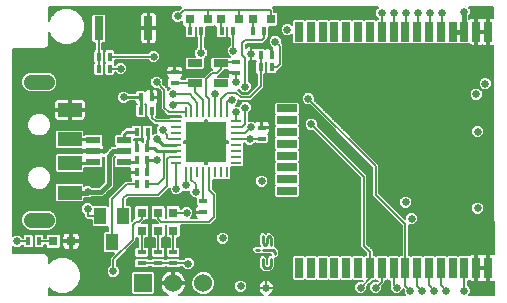
<source format=gtl>
G75*
%MOIN*%
%OFA0B0*%
%FSLAX25Y25*%
%IPPOS*%
%LPD*%
%AMOC8*
5,1,8,0,0,1.08239X$1,22.5*
%
%ADD10C,0.00900*%
%ADD11R,0.01800X0.03000*%
%ADD12R,0.03150X0.03150*%
%ADD13R,0.02756X0.06693*%
%ADD14R,0.06693X0.02756*%
%ADD15R,0.03543X0.01142*%
%ADD16R,0.01142X0.03543*%
%ADD17R,0.13780X0.13780*%
%ADD18R,0.05000X0.02500*%
%ADD19R,0.03000X0.01800*%
%ADD20R,0.03937X0.05512*%
%ADD21R,0.07874X0.04724*%
%ADD22C,0.05118*%
%ADD23R,0.03150X0.07874*%
%ADD24R,0.04724X0.02165*%
%ADD25R,0.06000X0.06000*%
%ADD26C,0.06000*%
%ADD27C,0.00600*%
%ADD28C,0.02600*%
%ADD29C,0.01000*%
%ADD30C,0.01600*%
D10*
X0092845Y0029145D02*
X0093529Y0029145D01*
X0094897Y0029145D02*
X0098316Y0029145D01*
X0099000Y0028461D01*
X0099000Y0027777D01*
X0097632Y0025909D02*
X0097632Y0023857D01*
X0096948Y0023173D01*
X0095581Y0023173D01*
X0094897Y0023857D01*
X0094897Y0025909D01*
X0095581Y0030846D02*
X0094897Y0031530D01*
X0094897Y0033582D01*
X0096265Y0032898D02*
X0096265Y0031530D01*
X0095581Y0030846D01*
X0097632Y0030846D02*
X0097632Y0032898D01*
X0096948Y0033582D01*
X0096265Y0032898D01*
D11*
X0056507Y0051000D03*
X0052907Y0051000D03*
X0052907Y0055000D03*
X0056507Y0055000D03*
X0056507Y0059000D03*
X0052907Y0059000D03*
X0052907Y0063000D03*
X0056507Y0063000D03*
X0056532Y0068475D03*
X0052932Y0068475D03*
X0054282Y0075500D03*
X0057882Y0075500D03*
X0057882Y0080000D03*
X0054282Y0080000D03*
X0043882Y0089500D03*
X0040282Y0089500D03*
X0040282Y0093500D03*
X0043882Y0093500D03*
X0070782Y0102000D03*
X0074382Y0102000D03*
X0081282Y0102000D03*
X0084882Y0102000D03*
X0091782Y0102000D03*
X0095382Y0102000D03*
X0094282Y0094000D03*
X0097882Y0094000D03*
X0097882Y0090000D03*
X0094282Y0090000D03*
X0020382Y0032000D03*
X0016782Y0032000D03*
D12*
X0025130Y0032000D03*
X0031035Y0032000D03*
X0054582Y0035547D03*
X0060082Y0035547D03*
X0065082Y0035547D03*
X0065082Y0041453D03*
X0060082Y0041453D03*
X0054582Y0041453D03*
X0070630Y0106000D03*
X0076535Y0106000D03*
X0081130Y0106000D03*
X0087035Y0106000D03*
X0091630Y0106000D03*
X0097535Y0106000D03*
D13*
X0107034Y0101840D03*
X0110971Y0101840D03*
X0114908Y0101840D03*
X0118845Y0101840D03*
X0122782Y0101840D03*
X0126719Y0101840D03*
X0130656Y0101840D03*
X0134593Y0101840D03*
X0138530Y0101840D03*
X0142467Y0101840D03*
X0146404Y0101840D03*
X0150341Y0101840D03*
X0154278Y0101840D03*
X0158215Y0101840D03*
X0162152Y0101840D03*
X0166089Y0101840D03*
X0170026Y0101840D03*
X0170026Y0023100D03*
X0166089Y0023100D03*
X0162152Y0023100D03*
X0158215Y0023100D03*
X0154278Y0023100D03*
X0150341Y0023100D03*
X0146404Y0023100D03*
X0142467Y0023100D03*
X0138530Y0023100D03*
X0134593Y0023100D03*
X0130656Y0023100D03*
X0126719Y0023100D03*
X0122782Y0023100D03*
X0118845Y0023100D03*
X0114908Y0023100D03*
X0110971Y0023100D03*
X0107034Y0023100D03*
D14*
X0103097Y0048691D03*
X0103097Y0052628D03*
X0103097Y0056565D03*
X0103097Y0060502D03*
X0103097Y0064439D03*
X0103097Y0068376D03*
X0103097Y0072313D03*
X0103097Y0076250D03*
D15*
X0086122Y0071890D03*
X0086122Y0069921D03*
X0086122Y0067953D03*
X0086122Y0065984D03*
X0086122Y0064016D03*
X0086122Y0062047D03*
X0086122Y0060079D03*
X0086122Y0058110D03*
X0066043Y0058110D03*
X0066043Y0060079D03*
X0066043Y0062047D03*
X0066043Y0064016D03*
X0066043Y0065984D03*
X0066043Y0067953D03*
X0066043Y0069921D03*
X0066043Y0071890D03*
D16*
X0069193Y0075039D03*
X0071161Y0075039D03*
X0073130Y0075039D03*
X0075098Y0075039D03*
X0077067Y0075039D03*
X0079035Y0075039D03*
X0081004Y0075039D03*
X0082972Y0075039D03*
X0082972Y0054961D03*
X0081004Y0054961D03*
X0079035Y0054961D03*
X0077067Y0054961D03*
X0075098Y0054961D03*
X0073130Y0054961D03*
X0071161Y0054961D03*
X0069193Y0054961D03*
D17*
X0076082Y0065000D03*
D18*
X0072282Y0084700D03*
X0080882Y0084700D03*
X0080882Y0091300D03*
X0072282Y0091300D03*
D19*
X0065582Y0088300D03*
X0065582Y0084700D03*
X0086082Y0088200D03*
X0086082Y0091800D03*
X0094582Y0069800D03*
X0094582Y0066200D03*
X0075082Y0045300D03*
X0075082Y0041700D03*
X0065082Y0028300D03*
X0060082Y0028300D03*
X0060082Y0024700D03*
X0065082Y0024700D03*
X0054582Y0024700D03*
X0054582Y0028300D03*
D20*
X0044582Y0031669D03*
X0040842Y0040331D03*
X0048323Y0040331D03*
D21*
X0030645Y0048220D03*
X0030645Y0058063D03*
X0030645Y0065937D03*
X0030645Y0075780D03*
D22*
X0022968Y0085031D02*
X0017850Y0085031D01*
X0017850Y0038969D02*
X0022968Y0038969D01*
D23*
X0040315Y0103000D03*
X0056850Y0103000D03*
D24*
X0048701Y0065740D03*
X0048701Y0062000D03*
X0048701Y0058260D03*
X0038464Y0058260D03*
X0038464Y0062000D03*
X0038464Y0065740D03*
D25*
X0055082Y0018000D03*
D26*
X0065082Y0018000D03*
X0075082Y0018000D03*
D27*
X0023682Y0016230D02*
X0023682Y0014100D01*
X0063265Y0014100D01*
X0062829Y0014322D01*
X0062281Y0014720D01*
X0061803Y0015199D01*
X0061405Y0015746D01*
X0061097Y0016349D01*
X0060888Y0016993D01*
X0060782Y0017662D01*
X0060782Y0017700D01*
X0064782Y0017700D01*
X0064782Y0018300D01*
X0060782Y0018300D01*
X0060782Y0018338D01*
X0060888Y0019007D01*
X0061097Y0019651D01*
X0061405Y0020254D01*
X0061803Y0020801D01*
X0062281Y0021280D01*
X0062829Y0021678D01*
X0063432Y0021985D01*
X0064075Y0022194D01*
X0064744Y0022300D01*
X0064782Y0022300D01*
X0064782Y0018300D01*
X0065382Y0018300D01*
X0065382Y0022300D01*
X0065421Y0022300D01*
X0066089Y0022194D01*
X0066733Y0021985D01*
X0067336Y0021678D01*
X0067884Y0021280D01*
X0068362Y0020801D01*
X0068760Y0020254D01*
X0069067Y0019651D01*
X0069277Y0019007D01*
X0069382Y0018338D01*
X0069382Y0018300D01*
X0065382Y0018300D01*
X0065382Y0017700D01*
X0069382Y0017700D01*
X0069382Y0017662D01*
X0069277Y0016993D01*
X0069067Y0016349D01*
X0068760Y0015746D01*
X0068362Y0015199D01*
X0067884Y0014720D01*
X0067336Y0014322D01*
X0066900Y0014100D01*
X0095082Y0014100D01*
X0094851Y0014196D01*
X0094425Y0014480D01*
X0094063Y0014843D01*
X0093778Y0015268D01*
X0093582Y0015742D01*
X0093482Y0016244D01*
X0093482Y0016500D01*
X0096082Y0016500D01*
X0096082Y0016500D01*
X0093482Y0016500D01*
X0093482Y0016756D01*
X0093582Y0017258D01*
X0093778Y0017732D01*
X0094063Y0018157D01*
X0094425Y0018520D01*
X0094851Y0018804D01*
X0095324Y0019000D01*
X0095826Y0019100D01*
X0096082Y0019100D01*
X0096082Y0016500D01*
X0096082Y0016500D01*
X0096082Y0019100D01*
X0096338Y0019100D01*
X0096841Y0019000D01*
X0097314Y0018804D01*
X0097740Y0018520D01*
X0098102Y0018157D01*
X0098386Y0017732D01*
X0098582Y0017258D01*
X0098682Y0016756D01*
X0098682Y0016500D01*
X0096083Y0016500D01*
X0096083Y0016500D01*
X0098682Y0016500D01*
X0098682Y0016244D01*
X0098582Y0015742D01*
X0098386Y0015268D01*
X0098102Y0014843D01*
X0097740Y0014480D01*
X0097314Y0014196D01*
X0097082Y0014100D01*
X0142371Y0014100D01*
X0141882Y0014589D01*
X0141882Y0016003D01*
X0141782Y0016103D01*
X0141782Y0015589D01*
X0140494Y0014300D01*
X0138671Y0014300D01*
X0137382Y0015589D01*
X0137382Y0017003D01*
X0137330Y0017055D01*
X0137330Y0018854D01*
X0136780Y0018854D01*
X0136562Y0019071D01*
X0136344Y0018854D01*
X0135782Y0018854D01*
X0135782Y0018003D01*
X0135079Y0017300D01*
X0135079Y0017300D01*
X0134782Y0017003D01*
X0134782Y0015589D01*
X0133494Y0014300D01*
X0131671Y0014300D01*
X0130382Y0015589D01*
X0130382Y0017411D01*
X0131671Y0018700D01*
X0133085Y0018700D01*
X0133239Y0018854D01*
X0132843Y0018854D01*
X0132625Y0019071D01*
X0132407Y0018854D01*
X0131633Y0018854D01*
X0129782Y0017003D01*
X0129782Y0015589D01*
X0128494Y0014300D01*
X0126671Y0014300D01*
X0125382Y0015589D01*
X0125382Y0017411D01*
X0126671Y0018700D01*
X0128085Y0018700D01*
X0128239Y0018854D01*
X0124969Y0018854D01*
X0124751Y0019071D01*
X0124533Y0018854D01*
X0121032Y0018854D01*
X0120814Y0019071D01*
X0120596Y0018854D01*
X0117095Y0018854D01*
X0116877Y0019071D01*
X0116659Y0018854D01*
X0113158Y0018854D01*
X0112940Y0019071D01*
X0112722Y0018854D01*
X0109221Y0018854D01*
X0109003Y0019071D01*
X0108785Y0018854D01*
X0105284Y0018854D01*
X0104756Y0019381D01*
X0104756Y0026819D01*
X0105284Y0027346D01*
X0108785Y0027346D01*
X0109003Y0027129D01*
X0109221Y0027346D01*
X0112722Y0027346D01*
X0112940Y0027129D01*
X0113158Y0027346D01*
X0116659Y0027346D01*
X0116877Y0027129D01*
X0117095Y0027346D01*
X0120596Y0027346D01*
X0120814Y0027129D01*
X0121032Y0027346D01*
X0124533Y0027346D01*
X0124751Y0027129D01*
X0124969Y0027346D01*
X0128470Y0027346D01*
X0128688Y0027129D01*
X0128906Y0027346D01*
X0129456Y0027346D01*
X0129456Y0027929D01*
X0128085Y0029300D01*
X0127382Y0030003D01*
X0127382Y0053003D01*
X0111585Y0068800D01*
X0110171Y0068800D01*
X0108882Y0070089D01*
X0108882Y0071911D01*
X0110171Y0073200D01*
X0111994Y0073200D01*
X0113282Y0071911D01*
X0113282Y0070497D01*
X0129782Y0053997D01*
X0129782Y0030997D01*
X0131856Y0028923D01*
X0131856Y0027346D01*
X0132407Y0027346D01*
X0132625Y0027129D01*
X0132843Y0027346D01*
X0136344Y0027346D01*
X0136562Y0027129D01*
X0136780Y0027346D01*
X0140281Y0027346D01*
X0140499Y0027129D01*
X0140717Y0027346D01*
X0141267Y0027346D01*
X0141267Y0037118D01*
X0132085Y0046300D01*
X0131382Y0047003D01*
X0131382Y0056503D01*
X0110585Y0077300D01*
X0109171Y0077300D01*
X0107882Y0078589D01*
X0107882Y0080411D01*
X0109171Y0081700D01*
X0110994Y0081700D01*
X0112282Y0080411D01*
X0112282Y0078997D01*
X0133079Y0058200D01*
X0133079Y0058200D01*
X0133782Y0057497D01*
X0133782Y0047997D01*
X0142382Y0039397D01*
X0142382Y0040411D01*
X0143671Y0041700D01*
X0145494Y0041700D01*
X0146782Y0040411D01*
X0146782Y0038589D01*
X0145494Y0037300D01*
X0143671Y0037300D01*
X0143667Y0037304D01*
X0143667Y0027346D01*
X0144218Y0027346D01*
X0144436Y0027129D01*
X0144654Y0027346D01*
X0148155Y0027346D01*
X0148373Y0027129D01*
X0148591Y0027346D01*
X0152092Y0027346D01*
X0152310Y0027129D01*
X0152528Y0027346D01*
X0156029Y0027346D01*
X0156247Y0027129D01*
X0156465Y0027346D01*
X0159966Y0027346D01*
X0160184Y0027129D01*
X0160402Y0027346D01*
X0163773Y0027346D01*
X0163913Y0027487D01*
X0164210Y0027658D01*
X0164540Y0027746D01*
X0165789Y0027746D01*
X0165789Y0023400D01*
X0166389Y0023400D01*
X0166389Y0027746D01*
X0167639Y0027746D01*
X0167969Y0027658D01*
X0168058Y0027607D01*
X0168147Y0027658D01*
X0168477Y0027746D01*
X0169727Y0027746D01*
X0169727Y0023400D01*
X0170326Y0023400D01*
X0170326Y0027746D01*
X0171576Y0027746D01*
X0171906Y0027658D01*
X0172082Y0027556D01*
X0172082Y0038548D01*
X0171871Y0038548D01*
X0171695Y0038724D01*
X0171695Y0097226D01*
X0171576Y0097194D01*
X0170326Y0097194D01*
X0170326Y0101540D01*
X0169727Y0101540D01*
X0169727Y0097194D01*
X0168477Y0097194D01*
X0168147Y0097282D01*
X0168058Y0097334D01*
X0167969Y0097282D01*
X0167639Y0097194D01*
X0166389Y0097194D01*
X0166389Y0101540D01*
X0165789Y0101540D01*
X0165789Y0097194D01*
X0164540Y0097194D01*
X0164210Y0097282D01*
X0163913Y0097453D01*
X0163773Y0097594D01*
X0160402Y0097594D01*
X0160184Y0097811D01*
X0159966Y0097594D01*
X0156465Y0097594D01*
X0156247Y0097811D01*
X0156029Y0097594D01*
X0152528Y0097594D01*
X0152310Y0097811D01*
X0152092Y0097594D01*
X0148591Y0097594D01*
X0148373Y0097811D01*
X0148155Y0097594D01*
X0144654Y0097594D01*
X0144436Y0097811D01*
X0144218Y0097594D01*
X0140717Y0097594D01*
X0140499Y0097811D01*
X0140281Y0097594D01*
X0136780Y0097594D01*
X0136562Y0097811D01*
X0136344Y0097594D01*
X0132843Y0097594D01*
X0132625Y0097811D01*
X0132407Y0097594D01*
X0128906Y0097594D01*
X0128688Y0097811D01*
X0128470Y0097594D01*
X0124969Y0097594D01*
X0124751Y0097811D01*
X0124533Y0097594D01*
X0121032Y0097594D01*
X0120814Y0097811D01*
X0120596Y0097594D01*
X0117095Y0097594D01*
X0116877Y0097811D01*
X0116659Y0097594D01*
X0113158Y0097594D01*
X0112940Y0097811D01*
X0112722Y0097594D01*
X0109221Y0097594D01*
X0109003Y0097811D01*
X0108785Y0097594D01*
X0105284Y0097594D01*
X0104756Y0098121D01*
X0104756Y0101063D01*
X0103994Y0100300D01*
X0102171Y0100300D01*
X0100882Y0101589D01*
X0100882Y0103411D01*
X0102171Y0104700D01*
X0103994Y0104700D01*
X0104756Y0103937D01*
X0104756Y0105559D01*
X0105284Y0106087D01*
X0108785Y0106087D01*
X0109003Y0105869D01*
X0109221Y0106087D01*
X0112722Y0106087D01*
X0112940Y0105869D01*
X0113158Y0106087D01*
X0116659Y0106087D01*
X0116877Y0105869D01*
X0117095Y0106087D01*
X0120596Y0106087D01*
X0120814Y0105869D01*
X0121032Y0106087D01*
X0124533Y0106087D01*
X0124751Y0105869D01*
X0124969Y0106087D01*
X0128470Y0106087D01*
X0128688Y0105869D01*
X0128906Y0106087D01*
X0132407Y0106087D01*
X0132625Y0105869D01*
X0132843Y0106087D01*
X0133385Y0106087D01*
X0132382Y0107089D01*
X0132382Y0108911D01*
X0133371Y0109900D01*
X0098379Y0109900D01*
X0098782Y0109497D01*
X0098782Y0108503D01*
X0098754Y0108475D01*
X0099483Y0108475D01*
X0100010Y0107948D01*
X0100010Y0104052D01*
X0099483Y0103525D01*
X0097182Y0103525D01*
X0097182Y0100127D01*
X0096655Y0099600D01*
X0096582Y0099600D01*
X0096582Y0099303D01*
X0095782Y0098503D01*
X0095079Y0097800D01*
X0089579Y0097800D01*
X0089282Y0097503D01*
X0089282Y0096377D01*
X0089425Y0096520D01*
X0089851Y0096804D01*
X0090324Y0097000D01*
X0090826Y0097100D01*
X0091082Y0097100D01*
X0091082Y0094500D01*
X0091082Y0094500D01*
X0091082Y0094500D01*
X0091082Y0091900D01*
X0090826Y0091900D01*
X0090324Y0092000D01*
X0090282Y0092017D01*
X0090282Y0085411D01*
X0091282Y0084411D01*
X0091282Y0082589D01*
X0089994Y0081300D01*
X0088171Y0081300D01*
X0086933Y0082538D01*
X0086841Y0082500D01*
X0086790Y0082490D01*
X0088079Y0081200D01*
X0090085Y0081200D01*
X0093082Y0084197D01*
X0093082Y0087600D01*
X0093010Y0087600D01*
X0092482Y0088127D01*
X0092482Y0091873D01*
X0092610Y0092000D01*
X0092482Y0092127D01*
X0092482Y0092308D01*
X0092314Y0092196D01*
X0091841Y0092000D01*
X0091338Y0091900D01*
X0091082Y0091900D01*
X0091082Y0094500D01*
X0091082Y0096500D01*
X0097082Y0096500D01*
X0097882Y0095700D01*
X0097882Y0094000D01*
X0097732Y0094150D02*
X0097732Y0096739D01*
X0098032Y0096439D01*
X0098032Y0094150D01*
X0097732Y0094150D01*
X0097732Y0094320D02*
X0098032Y0094320D01*
X0098032Y0094918D02*
X0097732Y0094918D01*
X0097732Y0095517D02*
X0098032Y0095517D01*
X0098032Y0096115D02*
X0097732Y0096115D01*
X0097732Y0096714D02*
X0097757Y0096714D01*
X0097671Y0096800D02*
X0096811Y0096800D01*
X0096481Y0096711D01*
X0096184Y0096540D01*
X0095942Y0096298D01*
X0095838Y0096117D01*
X0095555Y0096400D01*
X0093010Y0096400D01*
X0092934Y0096325D01*
X0092740Y0096520D01*
X0092314Y0096804D01*
X0091841Y0097000D01*
X0091338Y0097100D01*
X0091082Y0097100D01*
X0091082Y0094500D01*
X0091082Y0094320D02*
X0091082Y0094320D01*
X0091082Y0094918D02*
X0091082Y0094918D01*
X0091082Y0095517D02*
X0091082Y0095517D01*
X0091082Y0096115D02*
X0091082Y0096115D01*
X0091082Y0096714D02*
X0091082Y0096714D01*
X0089716Y0096714D02*
X0089282Y0096714D01*
X0089282Y0097312D02*
X0097159Y0097312D01*
X0096882Y0097589D02*
X0097671Y0096800D01*
X0096882Y0097589D02*
X0096882Y0099411D01*
X0098171Y0100700D01*
X0099994Y0100700D01*
X0101282Y0099411D01*
X0101282Y0097997D01*
X0101782Y0097497D01*
X0101782Y0090503D01*
X0101079Y0089800D01*
X0100079Y0088800D01*
X0099682Y0088800D01*
X0099682Y0088127D01*
X0099155Y0087600D01*
X0096610Y0087600D01*
X0096082Y0088127D01*
X0096082Y0091562D01*
X0096082Y0091562D01*
X0096082Y0088127D01*
X0095555Y0087600D01*
X0095482Y0087600D01*
X0095482Y0083203D01*
X0091079Y0078800D01*
X0087085Y0078800D01*
X0086782Y0079103D01*
X0086782Y0078089D01*
X0085894Y0077200D01*
X0086882Y0077200D01*
X0086882Y0077411D01*
X0088171Y0078700D01*
X0089994Y0078700D01*
X0091282Y0077411D01*
X0091282Y0075589D01*
X0090282Y0074589D01*
X0090282Y0072200D01*
X0091994Y0072200D01*
X0092391Y0071802D01*
X0092581Y0071911D01*
X0092911Y0072000D01*
X0094432Y0072000D01*
X0094432Y0069950D01*
X0094732Y0069950D01*
X0094732Y0072000D01*
X0096254Y0072000D01*
X0096584Y0071911D01*
X0096881Y0071740D01*
X0097123Y0071498D01*
X0097294Y0071202D01*
X0097382Y0070871D01*
X0097382Y0069950D01*
X0094732Y0069950D01*
X0094732Y0069650D01*
X0097382Y0069650D01*
X0097382Y0068729D01*
X0097294Y0068398D01*
X0097123Y0068102D01*
X0096881Y0067860D01*
X0096700Y0067755D01*
X0096982Y0067473D01*
X0096982Y0064927D01*
X0096455Y0064400D01*
X0092710Y0064400D01*
X0092402Y0064708D01*
X0091494Y0063800D01*
X0089671Y0063800D01*
X0088793Y0064678D01*
X0088793Y0063072D01*
X0088753Y0063031D01*
X0088793Y0062991D01*
X0088793Y0061104D01*
X0088753Y0061063D01*
X0088793Y0061022D01*
X0088793Y0059135D01*
X0088753Y0059094D01*
X0088793Y0059054D01*
X0088793Y0057167D01*
X0088266Y0056639D01*
X0084443Y0056639D01*
X0084443Y0052816D01*
X0083916Y0052289D01*
X0082028Y0052289D01*
X0081988Y0052330D01*
X0081947Y0052289D01*
X0080060Y0052289D01*
X0080019Y0052330D01*
X0079979Y0052289D01*
X0078267Y0052289D01*
X0078267Y0049513D01*
X0079079Y0048700D01*
X0079782Y0047997D01*
X0079782Y0039503D01*
X0078282Y0038003D01*
X0077579Y0037300D01*
X0067557Y0037300D01*
X0067557Y0033600D01*
X0067030Y0033072D01*
X0066282Y0033072D01*
X0066282Y0030100D01*
X0066955Y0030100D01*
X0067482Y0029573D01*
X0067482Y0027027D01*
X0066955Y0026500D01*
X0067482Y0025973D01*
X0067482Y0025900D01*
X0067861Y0025900D01*
X0067921Y0025948D01*
X0068349Y0025900D01*
X0068371Y0025900D01*
X0069171Y0026700D01*
X0070994Y0026700D01*
X0072282Y0025411D01*
X0072282Y0023589D01*
X0070994Y0022300D01*
X0069171Y0022300D01*
X0067971Y0023500D01*
X0067482Y0023500D01*
X0067482Y0023427D01*
X0066955Y0022900D01*
X0063210Y0022900D01*
X0062682Y0023427D01*
X0062682Y0023500D01*
X0062482Y0023500D01*
X0062482Y0023427D01*
X0061955Y0022900D01*
X0058210Y0022900D01*
X0057682Y0023427D01*
X0057682Y0023500D01*
X0056982Y0023500D01*
X0056982Y0023427D01*
X0056455Y0022900D01*
X0052710Y0022900D01*
X0052182Y0023427D01*
X0052182Y0025973D01*
X0052710Y0026500D01*
X0056455Y0026500D01*
X0056982Y0025973D01*
X0056982Y0025900D01*
X0057682Y0025900D01*
X0057682Y0025973D01*
X0058210Y0026500D01*
X0061955Y0026500D01*
X0062482Y0025973D01*
X0062482Y0025900D01*
X0062682Y0025900D01*
X0062682Y0025973D01*
X0063210Y0026500D01*
X0066955Y0026500D01*
X0063210Y0026500D01*
X0062682Y0027027D01*
X0062682Y0029573D01*
X0063210Y0030100D01*
X0063882Y0030100D01*
X0063882Y0033072D01*
X0063135Y0033072D01*
X0062608Y0033600D01*
X0062608Y0037300D01*
X0062557Y0037300D01*
X0062557Y0033600D01*
X0062030Y0033072D01*
X0061282Y0033072D01*
X0061282Y0030100D01*
X0061955Y0030100D01*
X0062482Y0029573D01*
X0062482Y0027027D01*
X0061955Y0026500D01*
X0058210Y0026500D01*
X0057682Y0027027D01*
X0057682Y0029573D01*
X0058210Y0030100D01*
X0058882Y0030100D01*
X0058882Y0033072D01*
X0058135Y0033072D01*
X0057608Y0033600D01*
X0057608Y0037495D01*
X0058135Y0038022D01*
X0059863Y0038022D01*
X0059585Y0038300D01*
X0058907Y0038978D01*
X0058135Y0038978D01*
X0057608Y0039505D01*
X0057608Y0043400D01*
X0058135Y0043928D01*
X0062030Y0043928D01*
X0062557Y0043400D01*
X0062557Y0039700D01*
X0062608Y0039700D01*
X0062608Y0043400D01*
X0063135Y0043928D01*
X0067030Y0043928D01*
X0067557Y0043400D01*
X0067557Y0042653D01*
X0067624Y0042653D01*
X0068671Y0043700D01*
X0070494Y0043700D01*
X0071782Y0042411D01*
X0071782Y0040589D01*
X0070894Y0039700D01*
X0072888Y0039700D01*
X0072784Y0039760D01*
X0072542Y0040002D01*
X0072371Y0040298D01*
X0072282Y0040629D01*
X0072282Y0041550D01*
X0074932Y0041550D01*
X0074932Y0041850D01*
X0072282Y0041850D01*
X0072282Y0042771D01*
X0072371Y0043102D01*
X0072542Y0043398D01*
X0072784Y0043640D01*
X0072965Y0043745D01*
X0072682Y0044027D01*
X0072682Y0046300D01*
X0071671Y0046300D01*
X0070382Y0047589D01*
X0070382Y0048689D01*
X0070104Y0048410D01*
X0068281Y0048410D01*
X0068193Y0048499D01*
X0066994Y0047300D01*
X0065171Y0047300D01*
X0063882Y0048589D01*
X0063882Y0049603D01*
X0061282Y0047003D01*
X0060579Y0046300D01*
X0050079Y0046300D01*
X0049523Y0045743D01*
X0049523Y0043987D01*
X0050664Y0043987D01*
X0051191Y0043459D01*
X0051191Y0038806D01*
X0051382Y0038997D01*
X0052085Y0039700D01*
X0052108Y0039700D01*
X0052108Y0043400D01*
X0052635Y0043928D01*
X0056530Y0043928D01*
X0057057Y0043400D01*
X0057057Y0039505D01*
X0056530Y0038978D01*
X0055757Y0038978D01*
X0054801Y0038022D01*
X0056530Y0038022D01*
X0057057Y0037495D01*
X0057057Y0033600D01*
X0056530Y0033072D01*
X0055782Y0033072D01*
X0055782Y0030100D01*
X0056455Y0030100D01*
X0056982Y0029573D01*
X0056982Y0027027D01*
X0056455Y0026500D01*
X0052710Y0026500D01*
X0052182Y0027027D01*
X0052182Y0029573D01*
X0052710Y0030100D01*
X0053382Y0030100D01*
X0053382Y0033072D01*
X0052782Y0033072D01*
X0052782Y0032003D01*
X0052079Y0031300D01*
X0046282Y0025503D01*
X0046282Y0023911D01*
X0047282Y0022911D01*
X0047282Y0021089D01*
X0045994Y0019800D01*
X0044171Y0019800D01*
X0042882Y0021089D01*
X0042882Y0022911D01*
X0043882Y0023911D01*
X0043882Y0026497D01*
X0044585Y0027200D01*
X0045399Y0028013D01*
X0042241Y0028013D01*
X0041714Y0028541D01*
X0041714Y0034798D01*
X0042241Y0035325D01*
X0043382Y0035325D01*
X0043382Y0036874D01*
X0043184Y0036675D01*
X0038501Y0036675D01*
X0037974Y0037202D01*
X0037974Y0039131D01*
X0036255Y0039131D01*
X0036085Y0039300D01*
X0035382Y0040003D01*
X0035382Y0040874D01*
X0034382Y0041874D01*
X0034382Y0043697D01*
X0035671Y0044985D01*
X0037494Y0044985D01*
X0038497Y0043982D01*
X0038501Y0043987D01*
X0043184Y0043987D01*
X0043382Y0043788D01*
X0043382Y0046497D01*
X0048382Y0051497D01*
X0048382Y0051497D01*
X0049085Y0052200D01*
X0051107Y0052200D01*
X0051107Y0052562D01*
X0050967Y0052702D01*
X0050796Y0052998D01*
X0050707Y0053329D01*
X0050707Y0054850D01*
X0052757Y0054850D01*
X0052757Y0055150D01*
X0050707Y0055150D01*
X0050707Y0056277D01*
X0045966Y0056277D01*
X0045438Y0056804D01*
X0045438Y0059715D01*
X0045853Y0060130D01*
X0045735Y0060248D01*
X0045282Y0059796D01*
X0045282Y0050196D01*
X0042682Y0047596D01*
X0041687Y0046600D01*
X0037794Y0046600D01*
X0037494Y0046300D01*
X0035671Y0046300D01*
X0035482Y0046489D01*
X0035482Y0045485D01*
X0034955Y0044958D01*
X0026336Y0044958D01*
X0025808Y0045485D01*
X0025808Y0050955D01*
X0026336Y0051483D01*
X0034955Y0051483D01*
X0035482Y0050955D01*
X0035482Y0050511D01*
X0035671Y0050700D01*
X0037494Y0050700D01*
X0038194Y0050000D01*
X0040278Y0050000D01*
X0041882Y0051604D01*
X0041882Y0060146D01*
X0041867Y0060119D01*
X0041625Y0059877D01*
X0041587Y0059855D01*
X0041726Y0059715D01*
X0041726Y0056804D01*
X0041199Y0056277D01*
X0035729Y0056277D01*
X0035482Y0056524D01*
X0035482Y0055328D01*
X0034955Y0054801D01*
X0026336Y0054801D01*
X0025808Y0055328D01*
X0025808Y0060798D01*
X0026336Y0061325D01*
X0034802Y0061325D01*
X0034802Y0061759D01*
X0038223Y0061759D01*
X0038223Y0062241D01*
X0034802Y0062241D01*
X0034802Y0062675D01*
X0026336Y0062675D01*
X0025808Y0063202D01*
X0025808Y0068672D01*
X0026336Y0069199D01*
X0034955Y0069199D01*
X0035482Y0068672D01*
X0035482Y0067476D01*
X0035729Y0067723D01*
X0041199Y0067723D01*
X0041726Y0067196D01*
X0041726Y0064285D01*
X0041587Y0064145D01*
X0041625Y0064123D01*
X0041867Y0063881D01*
X0042038Y0063584D01*
X0042126Y0063254D01*
X0042126Y0062241D01*
X0038706Y0062241D01*
X0038706Y0061759D01*
X0042126Y0061759D01*
X0042126Y0061448D01*
X0042878Y0062200D01*
X0044378Y0063700D01*
X0045683Y0063700D01*
X0045853Y0063870D01*
X0045438Y0064285D01*
X0045438Y0067196D01*
X0045966Y0067723D01*
X0047301Y0067723D01*
X0047301Y0068198D01*
X0048121Y0069018D01*
X0048187Y0069084D01*
X0048187Y0069090D01*
X0048596Y0069494D01*
X0049002Y0069900D01*
X0049009Y0069900D01*
X0049013Y0069904D01*
X0049588Y0069900D01*
X0050162Y0069900D01*
X0050167Y0069896D01*
X0051132Y0069888D01*
X0051132Y0070348D01*
X0051660Y0070875D01*
X0054205Y0070875D01*
X0054732Y0070348D01*
X0054732Y0066602D01*
X0054205Y0066075D01*
X0051963Y0066075D01*
X0051963Y0065800D01*
X0052757Y0065800D01*
X0052757Y0063150D01*
X0053057Y0063150D01*
X0053057Y0065800D01*
X0053979Y0065800D01*
X0054309Y0065711D01*
X0054606Y0065540D01*
X0054848Y0065298D01*
X0054952Y0065117D01*
X0055118Y0065283D01*
X0055122Y0066213D01*
X0054732Y0066602D01*
X0054732Y0070348D01*
X0055260Y0070875D01*
X0057805Y0070875D01*
X0058332Y0070348D01*
X0058332Y0067611D01*
X0058921Y0068200D01*
X0059382Y0068200D01*
X0059382Y0069911D01*
X0060161Y0070690D01*
X0058696Y0070690D01*
X0057385Y0072000D01*
X0056682Y0072703D01*
X0056682Y0073100D01*
X0056610Y0073100D01*
X0056082Y0073627D01*
X0056082Y0077373D01*
X0055705Y0077750D01*
X0055838Y0077883D01*
X0055942Y0077702D01*
X0056177Y0077467D01*
X0056082Y0077373D01*
X0056082Y0073627D01*
X0055555Y0073100D01*
X0053010Y0073100D01*
X0052482Y0073627D01*
X0052482Y0077373D01*
X0052860Y0077750D01*
X0052482Y0078127D01*
X0052482Y0078600D01*
X0050294Y0078600D01*
X0049494Y0077800D01*
X0047671Y0077800D01*
X0046382Y0079089D01*
X0046382Y0080911D01*
X0047671Y0082200D01*
X0049494Y0082200D01*
X0050294Y0081400D01*
X0052482Y0081400D01*
X0052482Y0081873D01*
X0053010Y0082400D01*
X0055555Y0082400D01*
X0055838Y0082117D01*
X0055942Y0082298D01*
X0056184Y0082540D01*
X0056481Y0082711D01*
X0056811Y0082800D01*
X0057732Y0082800D01*
X0057732Y0080150D01*
X0058032Y0080150D01*
X0058032Y0082800D01*
X0058954Y0082800D01*
X0059284Y0082711D01*
X0059581Y0082540D01*
X0059823Y0082298D01*
X0059994Y0082002D01*
X0060082Y0081671D01*
X0060082Y0080150D01*
X0058032Y0080150D01*
X0058032Y0079850D01*
X0060082Y0079850D01*
X0060082Y0078329D01*
X0059994Y0077998D01*
X0059823Y0077702D01*
X0059588Y0077467D01*
X0059682Y0077373D01*
X0059682Y0073627D01*
X0059417Y0073362D01*
X0059690Y0073090D01*
X0063628Y0073090D01*
X0063899Y0073361D01*
X0067722Y0073361D01*
X0067722Y0073839D01*
X0063046Y0073839D01*
X0061585Y0075300D01*
X0060882Y0076003D01*
X0060882Y0082003D01*
X0060085Y0082800D01*
X0058671Y0082800D01*
X0057382Y0084089D01*
X0057382Y0085911D01*
X0058671Y0087200D01*
X0060494Y0087200D01*
X0061782Y0085911D01*
X0061782Y0084497D01*
X0063282Y0082997D01*
X0063282Y0082311D01*
X0063871Y0082900D01*
X0063710Y0082900D01*
X0063182Y0083427D01*
X0063182Y0085973D01*
X0063465Y0086255D01*
X0063284Y0086360D01*
X0063042Y0086602D01*
X0062871Y0086898D01*
X0062782Y0087229D01*
X0062782Y0088150D01*
X0065432Y0088150D01*
X0065432Y0088450D01*
X0062782Y0088450D01*
X0062782Y0089371D01*
X0062871Y0089702D01*
X0063042Y0089998D01*
X0063284Y0090240D01*
X0063581Y0090411D01*
X0063911Y0090500D01*
X0065432Y0090500D01*
X0065432Y0088450D01*
X0065732Y0088450D01*
X0065732Y0090500D01*
X0067254Y0090500D01*
X0067584Y0090411D01*
X0067881Y0090240D01*
X0068123Y0089998D01*
X0068294Y0089702D01*
X0068382Y0089371D01*
X0068382Y0088450D01*
X0065732Y0088450D01*
X0065732Y0088150D01*
X0068382Y0088150D01*
X0068382Y0087229D01*
X0068294Y0086898D01*
X0068123Y0086602D01*
X0067881Y0086360D01*
X0067700Y0086255D01*
X0067982Y0085973D01*
X0067982Y0085900D01*
X0068882Y0085900D01*
X0068882Y0086323D01*
X0069410Y0086850D01*
X0075155Y0086850D01*
X0075195Y0086810D01*
X0075585Y0087200D01*
X0076882Y0088497D01*
X0077585Y0089200D01*
X0077960Y0089200D01*
X0077482Y0089677D01*
X0077482Y0092923D01*
X0078010Y0093450D01*
X0083755Y0093450D01*
X0083907Y0093298D01*
X0084040Y0093431D01*
X0082882Y0094589D01*
X0082882Y0096411D01*
X0083882Y0097411D01*
X0083882Y0099600D01*
X0083610Y0099600D01*
X0083082Y0100127D01*
X0083082Y0103530D01*
X0083082Y0103530D01*
X0083082Y0100127D01*
X0082555Y0099600D01*
X0080010Y0099600D01*
X0079482Y0100127D01*
X0079482Y0103525D01*
X0079182Y0103525D01*
X0078832Y0103875D01*
X0078483Y0103525D01*
X0076182Y0103525D01*
X0076182Y0100127D01*
X0075655Y0099600D01*
X0075582Y0099600D01*
X0075582Y0096611D01*
X0076582Y0095611D01*
X0076582Y0093789D01*
X0075682Y0092889D01*
X0075682Y0089677D01*
X0075155Y0089150D01*
X0069410Y0089150D01*
X0068882Y0089677D01*
X0068882Y0092923D01*
X0069410Y0093450D01*
X0072521Y0093450D01*
X0072182Y0093789D01*
X0072182Y0095611D01*
X0073182Y0096611D01*
X0073182Y0099600D01*
X0073110Y0099600D01*
X0072582Y0100127D01*
X0072582Y0103530D01*
X0072582Y0103530D01*
X0072582Y0100127D01*
X0072055Y0099600D01*
X0069510Y0099600D01*
X0068982Y0100127D01*
X0068982Y0103525D01*
X0068682Y0103525D01*
X0068155Y0104052D01*
X0068155Y0105461D01*
X0067494Y0104800D01*
X0065671Y0104800D01*
X0064382Y0106089D01*
X0064382Y0107911D01*
X0065671Y0109200D01*
X0067085Y0109200D01*
X0067785Y0109900D01*
X0023682Y0109900D01*
X0023682Y0105276D01*
X0024385Y0106973D01*
X0026110Y0108697D01*
X0028363Y0109631D01*
X0030802Y0109631D01*
X0033055Y0108697D01*
X0034780Y0106973D01*
X0035713Y0104719D01*
X0035713Y0102281D01*
X0034780Y0100027D01*
X0033055Y0098303D01*
X0030802Y0097369D01*
X0028363Y0097369D01*
X0026110Y0098303D01*
X0024385Y0100027D01*
X0023682Y0101724D01*
X0023682Y0097130D01*
X0022452Y0095900D01*
X0011682Y0095900D01*
X0011682Y0033711D01*
X0012171Y0034200D01*
X0013994Y0034200D01*
X0014982Y0033211D01*
X0014982Y0033873D01*
X0015510Y0034400D01*
X0018055Y0034400D01*
X0018582Y0033873D01*
X0018582Y0030127D01*
X0018055Y0029600D01*
X0015510Y0029600D01*
X0014982Y0030127D01*
X0014982Y0030789D01*
X0013994Y0029800D01*
X0012171Y0029800D01*
X0011682Y0030289D01*
X0011682Y0028100D01*
X0022452Y0028100D01*
X0023682Y0026870D01*
X0023682Y0024770D01*
X0024610Y0025697D01*
X0026863Y0026631D01*
X0029302Y0026631D01*
X0031555Y0025697D01*
X0033280Y0023973D01*
X0034213Y0021719D01*
X0034213Y0019281D01*
X0033280Y0017027D01*
X0031555Y0015303D01*
X0029302Y0014369D01*
X0026863Y0014369D01*
X0024610Y0015303D01*
X0023682Y0016230D01*
X0023682Y0015915D02*
X0023998Y0015915D01*
X0023682Y0015316D02*
X0024596Y0015316D01*
X0023682Y0014718D02*
X0026022Y0014718D01*
X0023682Y0014119D02*
X0051691Y0014119D01*
X0051710Y0014100D02*
X0058455Y0014100D01*
X0058982Y0014627D01*
X0058982Y0021373D01*
X0058455Y0021900D01*
X0051710Y0021900D01*
X0051182Y0021373D01*
X0051182Y0014627D01*
X0051710Y0014100D01*
X0051182Y0014718D02*
X0030143Y0014718D01*
X0031569Y0015316D02*
X0051182Y0015316D01*
X0051182Y0015915D02*
X0032167Y0015915D01*
X0032766Y0016513D02*
X0051182Y0016513D01*
X0051182Y0017112D02*
X0033315Y0017112D01*
X0033563Y0017710D02*
X0051182Y0017710D01*
X0051182Y0018309D02*
X0033811Y0018309D01*
X0034058Y0018907D02*
X0051182Y0018907D01*
X0051182Y0019506D02*
X0034213Y0019506D01*
X0034213Y0020104D02*
X0043867Y0020104D01*
X0043268Y0020703D02*
X0034213Y0020703D01*
X0034213Y0021301D02*
X0042882Y0021301D01*
X0042882Y0021900D02*
X0034138Y0021900D01*
X0033891Y0022498D02*
X0042882Y0022498D01*
X0043068Y0023097D02*
X0033643Y0023097D01*
X0033395Y0023695D02*
X0043666Y0023695D01*
X0043882Y0024294D02*
X0032959Y0024294D01*
X0032360Y0024892D02*
X0043882Y0024892D01*
X0043882Y0025491D02*
X0031762Y0025491D01*
X0030609Y0026089D02*
X0043882Y0026089D01*
X0044073Y0026688D02*
X0023682Y0026688D01*
X0023682Y0026089D02*
X0025556Y0026089D01*
X0024403Y0025491D02*
X0023682Y0025491D01*
X0023682Y0024892D02*
X0023805Y0024892D01*
X0023266Y0027286D02*
X0044672Y0027286D01*
X0045270Y0027885D02*
X0022667Y0027885D01*
X0023182Y0029525D02*
X0022655Y0030052D01*
X0022655Y0030800D01*
X0022182Y0030800D01*
X0022182Y0030127D01*
X0021655Y0029600D01*
X0019110Y0029600D01*
X0018582Y0030127D01*
X0018582Y0033873D01*
X0019110Y0034400D01*
X0021655Y0034400D01*
X0022182Y0033873D01*
X0022182Y0033200D01*
X0022655Y0033200D01*
X0022655Y0033948D01*
X0023182Y0034475D01*
X0027077Y0034475D01*
X0027604Y0033948D01*
X0027604Y0030052D01*
X0027077Y0029525D01*
X0023182Y0029525D01*
X0023027Y0029680D02*
X0021736Y0029680D01*
X0022182Y0030279D02*
X0022655Y0030279D01*
X0020382Y0032000D02*
X0025130Y0032000D01*
X0027604Y0032074D02*
X0030735Y0032074D01*
X0030735Y0032300D02*
X0030735Y0031700D01*
X0028160Y0031700D01*
X0028160Y0030254D01*
X0028249Y0029923D01*
X0028420Y0029627D01*
X0028662Y0029385D01*
X0028959Y0029214D01*
X0029289Y0029125D01*
X0030735Y0029125D01*
X0030735Y0031700D01*
X0031335Y0031700D01*
X0031335Y0029125D01*
X0032781Y0029125D01*
X0033112Y0029214D01*
X0033408Y0029385D01*
X0033650Y0029627D01*
X0033821Y0029923D01*
X0033910Y0030254D01*
X0033910Y0031700D01*
X0031335Y0031700D01*
X0031335Y0032300D01*
X0030735Y0032300D01*
X0028160Y0032300D01*
X0028160Y0033746D01*
X0028249Y0034077D01*
X0028420Y0034373D01*
X0028662Y0034615D01*
X0028959Y0034786D01*
X0029289Y0034875D01*
X0030735Y0034875D01*
X0030735Y0032300D01*
X0030735Y0032673D02*
X0031335Y0032673D01*
X0031335Y0032300D02*
X0031335Y0034875D01*
X0032781Y0034875D01*
X0033112Y0034786D01*
X0033408Y0034615D01*
X0033650Y0034373D01*
X0033821Y0034077D01*
X0033910Y0033746D01*
X0033910Y0032300D01*
X0031335Y0032300D01*
X0031335Y0032074D02*
X0041714Y0032074D01*
X0041714Y0031476D02*
X0033910Y0031476D01*
X0033910Y0030877D02*
X0041714Y0030877D01*
X0041714Y0030279D02*
X0033910Y0030279D01*
X0033681Y0029680D02*
X0041714Y0029680D01*
X0041714Y0029082D02*
X0011682Y0029082D01*
X0011682Y0029680D02*
X0015429Y0029680D01*
X0014982Y0030279D02*
X0014473Y0030279D01*
X0013082Y0032000D02*
X0016782Y0032000D01*
X0018582Y0032074D02*
X0018582Y0032074D01*
X0018582Y0031476D02*
X0018582Y0031476D01*
X0018582Y0030877D02*
X0018582Y0030877D01*
X0018582Y0030279D02*
X0018582Y0030279D01*
X0018136Y0029680D02*
X0019029Y0029680D01*
X0018582Y0032673D02*
X0018582Y0032673D01*
X0018582Y0033271D02*
X0018582Y0033271D01*
X0018582Y0033870D02*
X0018582Y0033870D01*
X0017162Y0035509D02*
X0023656Y0035509D01*
X0024928Y0036036D01*
X0025901Y0037009D01*
X0026427Y0038280D01*
X0026427Y0039657D01*
X0025901Y0040928D01*
X0024928Y0041901D01*
X0023656Y0042428D01*
X0017162Y0042428D01*
X0015891Y0041901D01*
X0014918Y0040928D01*
X0014391Y0039657D01*
X0014391Y0038280D01*
X0014918Y0037009D01*
X0015891Y0036036D01*
X0017162Y0035509D01*
X0016785Y0035666D02*
X0011682Y0035666D01*
X0011682Y0036264D02*
X0015663Y0036264D01*
X0015064Y0036863D02*
X0011682Y0036863D01*
X0011682Y0037461D02*
X0014730Y0037461D01*
X0014483Y0038060D02*
X0011682Y0038060D01*
X0011682Y0038658D02*
X0014391Y0038658D01*
X0014391Y0039257D02*
X0011682Y0039257D01*
X0011682Y0039855D02*
X0014473Y0039855D01*
X0014721Y0040454D02*
X0011682Y0040454D01*
X0011682Y0041052D02*
X0015042Y0041052D01*
X0015640Y0041651D02*
X0011682Y0041651D01*
X0011682Y0042249D02*
X0016731Y0042249D01*
X0011682Y0042848D02*
X0034382Y0042848D01*
X0034382Y0043446D02*
X0011682Y0043446D01*
X0011682Y0044045D02*
X0034730Y0044045D01*
X0035329Y0044643D02*
X0011682Y0044643D01*
X0011682Y0045242D02*
X0026052Y0045242D01*
X0025808Y0045840D02*
X0011682Y0045840D01*
X0011682Y0046439D02*
X0025808Y0046439D01*
X0025808Y0047037D02*
X0011682Y0047037D01*
X0011682Y0047636D02*
X0025808Y0047636D01*
X0025808Y0048234D02*
X0011682Y0048234D01*
X0011682Y0048833D02*
X0025808Y0048833D01*
X0025808Y0049431D02*
X0021813Y0049431D01*
X0021198Y0049176D02*
X0022655Y0049780D01*
X0023771Y0050896D01*
X0024375Y0052353D01*
X0024375Y0053930D01*
X0023771Y0055388D01*
X0022655Y0056503D01*
X0021198Y0057107D01*
X0019620Y0057107D01*
X0018163Y0056503D01*
X0017048Y0055388D01*
X0016444Y0053930D01*
X0016444Y0052353D01*
X0017048Y0050896D01*
X0018163Y0049780D01*
X0019620Y0049176D01*
X0021198Y0049176D01*
X0022905Y0050030D02*
X0025808Y0050030D01*
X0025808Y0050628D02*
X0023504Y0050628D01*
X0023908Y0051227D02*
X0026080Y0051227D01*
X0024156Y0051825D02*
X0041882Y0051825D01*
X0041882Y0052424D02*
X0024375Y0052424D01*
X0024375Y0053022D02*
X0041882Y0053022D01*
X0041882Y0053621D02*
X0024375Y0053621D01*
X0024255Y0054219D02*
X0041882Y0054219D01*
X0041882Y0054818D02*
X0034972Y0054818D01*
X0035482Y0055416D02*
X0041882Y0055416D01*
X0041882Y0056015D02*
X0035482Y0056015D01*
X0035211Y0051227D02*
X0041505Y0051227D01*
X0040907Y0050628D02*
X0037565Y0050628D01*
X0038164Y0050030D02*
X0040308Y0050030D01*
X0042722Y0047636D02*
X0044521Y0047636D01*
X0045120Y0048234D02*
X0043321Y0048234D01*
X0043919Y0048833D02*
X0045718Y0048833D01*
X0046317Y0049431D02*
X0044518Y0049431D01*
X0045116Y0050030D02*
X0046915Y0050030D01*
X0047514Y0050628D02*
X0045282Y0050628D01*
X0045282Y0051227D02*
X0048112Y0051227D01*
X0048711Y0051825D02*
X0045282Y0051825D01*
X0045282Y0052424D02*
X0051107Y0052424D01*
X0050790Y0053022D02*
X0045282Y0053022D01*
X0045282Y0053621D02*
X0050707Y0053621D01*
X0050707Y0054219D02*
X0045282Y0054219D01*
X0045282Y0054818D02*
X0050707Y0054818D01*
X0050707Y0055416D02*
X0045282Y0055416D01*
X0045282Y0056015D02*
X0050707Y0056015D01*
X0045629Y0056613D02*
X0045282Y0056613D01*
X0045282Y0057212D02*
X0045438Y0057212D01*
X0045438Y0057810D02*
X0045282Y0057810D01*
X0045282Y0058409D02*
X0045438Y0058409D01*
X0045438Y0059007D02*
X0045282Y0059007D01*
X0045282Y0059606D02*
X0045438Y0059606D01*
X0045691Y0060204D02*
X0045778Y0060204D01*
X0042678Y0062000D02*
X0038706Y0062000D01*
X0038223Y0062000D02*
X0011682Y0062000D01*
X0011682Y0061401D02*
X0034802Y0061401D01*
X0034802Y0062599D02*
X0011682Y0062599D01*
X0011682Y0063197D02*
X0025813Y0063197D01*
X0025808Y0063796D02*
X0011682Y0063796D01*
X0011682Y0064394D02*
X0025808Y0064394D01*
X0025808Y0064993D02*
X0011682Y0064993D01*
X0011682Y0065591D02*
X0025808Y0065591D01*
X0025808Y0066190D02*
X0011682Y0066190D01*
X0011682Y0066788D02*
X0025808Y0066788D01*
X0025808Y0067387D02*
X0022390Y0067387D01*
X0022655Y0067497D02*
X0023771Y0068612D01*
X0024375Y0070070D01*
X0024375Y0071647D01*
X0023771Y0073104D01*
X0022655Y0074220D01*
X0021198Y0074824D01*
X0019620Y0074824D01*
X0018163Y0074220D01*
X0017048Y0073104D01*
X0016444Y0071647D01*
X0016444Y0070070D01*
X0017048Y0068612D01*
X0018163Y0067497D01*
X0019620Y0066893D01*
X0021198Y0066893D01*
X0022655Y0067497D01*
X0023144Y0067985D02*
X0025808Y0067985D01*
X0025808Y0068584D02*
X0023742Y0068584D01*
X0024007Y0069182D02*
X0026319Y0069182D01*
X0024255Y0069781D02*
X0048883Y0069781D01*
X0048280Y0069182D02*
X0034972Y0069182D01*
X0035482Y0068584D02*
X0047686Y0068584D01*
X0047301Y0067985D02*
X0035482Y0067985D01*
X0034754Y0072117D02*
X0030945Y0072117D01*
X0030945Y0075479D01*
X0030345Y0075479D01*
X0030345Y0072117D01*
X0026537Y0072117D01*
X0026207Y0072206D01*
X0025910Y0072377D01*
X0025668Y0072619D01*
X0025497Y0072916D01*
X0025408Y0073246D01*
X0025408Y0075480D01*
X0030345Y0075480D01*
X0030345Y0076079D01*
X0025408Y0076079D01*
X0025408Y0078313D01*
X0025497Y0078644D01*
X0025668Y0078940D01*
X0025910Y0079182D01*
X0026207Y0079353D01*
X0026537Y0079442D01*
X0030345Y0079442D01*
X0030345Y0076080D01*
X0030945Y0076080D01*
X0030945Y0079442D01*
X0034754Y0079442D01*
X0035084Y0079353D01*
X0035381Y0079182D01*
X0035623Y0078940D01*
X0035794Y0078644D01*
X0035882Y0078313D01*
X0035882Y0076079D01*
X0030945Y0076079D01*
X0030945Y0075480D01*
X0035882Y0075480D01*
X0035882Y0073246D01*
X0035794Y0072916D01*
X0035623Y0072619D01*
X0035381Y0072377D01*
X0035084Y0072206D01*
X0034754Y0072117D01*
X0034968Y0072175D02*
X0057211Y0072175D01*
X0056682Y0072773D02*
X0035712Y0072773D01*
X0035882Y0073372D02*
X0052738Y0073372D01*
X0052482Y0073970D02*
X0035882Y0073970D01*
X0035882Y0074569D02*
X0052482Y0074569D01*
X0052482Y0075167D02*
X0035882Y0075167D01*
X0035882Y0076364D02*
X0052482Y0076364D01*
X0052482Y0075766D02*
X0030945Y0075766D01*
X0030945Y0076364D02*
X0030345Y0076364D01*
X0030345Y0075766D02*
X0011682Y0075766D01*
X0011682Y0076364D02*
X0025408Y0076364D01*
X0025408Y0076963D02*
X0011682Y0076963D01*
X0011682Y0077561D02*
X0025408Y0077561D01*
X0025408Y0078160D02*
X0011682Y0078160D01*
X0011682Y0078758D02*
X0025563Y0078758D01*
X0026220Y0079357D02*
X0011682Y0079357D01*
X0011682Y0079955D02*
X0046382Y0079955D01*
X0046382Y0079357D02*
X0035070Y0079357D01*
X0035728Y0078758D02*
X0046713Y0078758D01*
X0047311Y0078160D02*
X0035882Y0078160D01*
X0035882Y0077561D02*
X0052671Y0077561D01*
X0052482Y0076963D02*
X0035882Y0076963D01*
X0030945Y0076963D02*
X0030345Y0076963D01*
X0030345Y0077561D02*
X0030945Y0077561D01*
X0030945Y0078160D02*
X0030345Y0078160D01*
X0030345Y0078758D02*
X0030945Y0078758D01*
X0030945Y0079357D02*
X0030345Y0079357D01*
X0030345Y0075167D02*
X0030945Y0075167D01*
X0030945Y0074569D02*
X0030345Y0074569D01*
X0030345Y0073970D02*
X0030945Y0073970D01*
X0030945Y0073372D02*
X0030345Y0073372D01*
X0030345Y0072773D02*
X0030945Y0072773D01*
X0030945Y0072175D02*
X0030345Y0072175D01*
X0026323Y0072175D02*
X0024156Y0072175D01*
X0024375Y0071576D02*
X0057809Y0071576D01*
X0058408Y0070978D02*
X0024375Y0070978D01*
X0024375Y0070379D02*
X0051164Y0070379D01*
X0054701Y0070379D02*
X0054764Y0070379D01*
X0054732Y0069781D02*
X0054732Y0069781D01*
X0054732Y0069182D02*
X0054732Y0069182D01*
X0054732Y0068584D02*
X0054732Y0068584D01*
X0054732Y0067985D02*
X0054732Y0067985D01*
X0054732Y0067387D02*
X0054732Y0067387D01*
X0054732Y0066788D02*
X0054732Y0066788D01*
X0055122Y0066190D02*
X0054320Y0066190D01*
X0054518Y0065591D02*
X0055119Y0065591D01*
X0053057Y0065591D02*
X0052757Y0065591D01*
X0052757Y0064993D02*
X0053057Y0064993D01*
X0053057Y0064394D02*
X0052757Y0064394D01*
X0052757Y0063796D02*
X0053057Y0063796D01*
X0053057Y0063197D02*
X0052757Y0063197D01*
X0045778Y0063796D02*
X0041916Y0063796D01*
X0041726Y0064394D02*
X0045438Y0064394D01*
X0045438Y0064993D02*
X0041726Y0064993D01*
X0041726Y0065591D02*
X0045438Y0065591D01*
X0045438Y0066190D02*
X0041726Y0066190D01*
X0041726Y0066788D02*
X0045438Y0066788D01*
X0045629Y0067387D02*
X0041535Y0067387D01*
X0042126Y0063197D02*
X0043875Y0063197D01*
X0043277Y0062599D02*
X0042126Y0062599D01*
X0041882Y0059606D02*
X0041726Y0059606D01*
X0041726Y0059007D02*
X0041882Y0059007D01*
X0041882Y0058409D02*
X0041726Y0058409D01*
X0041726Y0057810D02*
X0041882Y0057810D01*
X0041882Y0057212D02*
X0041726Y0057212D01*
X0041882Y0056613D02*
X0041536Y0056613D01*
X0035599Y0050628D02*
X0035482Y0050628D01*
X0035482Y0046439D02*
X0035532Y0046439D01*
X0035482Y0045840D02*
X0043382Y0045840D01*
X0043382Y0045242D02*
X0035239Y0045242D01*
X0037836Y0044643D02*
X0043382Y0044643D01*
X0043382Y0044045D02*
X0038434Y0044045D01*
X0036582Y0042786D02*
X0036582Y0040500D01*
X0036752Y0040331D01*
X0040842Y0040331D01*
X0037974Y0038658D02*
X0026427Y0038658D01*
X0026427Y0039257D02*
X0036129Y0039257D01*
X0035530Y0039855D02*
X0026345Y0039855D01*
X0026097Y0040454D02*
X0035382Y0040454D01*
X0035205Y0041052D02*
X0025776Y0041052D01*
X0025178Y0041651D02*
X0034606Y0041651D01*
X0034382Y0042249D02*
X0024087Y0042249D01*
X0026336Y0038060D02*
X0037974Y0038060D01*
X0037974Y0037461D02*
X0026088Y0037461D01*
X0025754Y0036863D02*
X0038313Y0036863D01*
X0041983Y0035067D02*
X0011682Y0035067D01*
X0011682Y0034468D02*
X0023176Y0034468D01*
X0022655Y0033870D02*
X0022182Y0033870D01*
X0022182Y0033271D02*
X0022655Y0033271D01*
X0024033Y0035666D02*
X0043382Y0035666D01*
X0043382Y0036264D02*
X0025156Y0036264D01*
X0027084Y0034468D02*
X0028516Y0034468D01*
X0028194Y0033870D02*
X0027604Y0033870D01*
X0027604Y0033271D02*
X0028160Y0033271D01*
X0028160Y0032673D02*
X0027604Y0032673D01*
X0027604Y0031476D02*
X0028160Y0031476D01*
X0028160Y0030877D02*
X0027604Y0030877D01*
X0027604Y0030279D02*
X0028160Y0030279D01*
X0028389Y0029680D02*
X0027232Y0029680D01*
X0030735Y0029680D02*
X0031335Y0029680D01*
X0031335Y0030279D02*
X0030735Y0030279D01*
X0030735Y0030877D02*
X0031335Y0030877D01*
X0031335Y0031476D02*
X0030735Y0031476D01*
X0030735Y0033271D02*
X0031335Y0033271D01*
X0031335Y0033870D02*
X0030735Y0033870D01*
X0030735Y0034468D02*
X0031335Y0034468D01*
X0033555Y0034468D02*
X0041714Y0034468D01*
X0041714Y0033870D02*
X0033877Y0033870D01*
X0033910Y0033271D02*
X0041714Y0033271D01*
X0041714Y0032673D02*
X0033910Y0032673D01*
X0041771Y0028483D02*
X0011682Y0028483D01*
X0011682Y0030279D02*
X0011692Y0030279D01*
X0014922Y0033271D02*
X0014982Y0033271D01*
X0014982Y0033870D02*
X0014324Y0033870D01*
X0011841Y0033870D02*
X0011682Y0033870D01*
X0037632Y0046439D02*
X0043382Y0046439D01*
X0043923Y0047037D02*
X0042124Y0047037D01*
X0044582Y0046000D02*
X0049582Y0051000D01*
X0052907Y0051000D01*
X0056507Y0051000D02*
X0059882Y0051000D01*
X0061882Y0053000D01*
X0061882Y0061447D01*
X0061282Y0062047D01*
X0063661Y0060079D02*
X0063082Y0059500D01*
X0063082Y0050500D01*
X0060082Y0047500D01*
X0049582Y0047500D01*
X0048323Y0046240D01*
X0048323Y0040331D01*
X0051191Y0040454D02*
X0052108Y0040454D01*
X0052108Y0041052D02*
X0051191Y0041052D01*
X0051191Y0041651D02*
X0052108Y0041651D01*
X0052108Y0042249D02*
X0051191Y0042249D01*
X0051191Y0042848D02*
X0052108Y0042848D01*
X0052153Y0043446D02*
X0051191Y0043446D01*
X0049523Y0044045D02*
X0072682Y0044045D01*
X0072682Y0044643D02*
X0049523Y0044643D01*
X0049523Y0045242D02*
X0072682Y0045242D01*
X0072682Y0045840D02*
X0049620Y0045840D01*
X0044582Y0046000D02*
X0044582Y0031669D01*
X0049861Y0029082D02*
X0052182Y0029082D01*
X0052182Y0028483D02*
X0049263Y0028483D01*
X0048664Y0027885D02*
X0052182Y0027885D01*
X0052182Y0027286D02*
X0048066Y0027286D01*
X0047467Y0026688D02*
X0052522Y0026688D01*
X0052299Y0026089D02*
X0046869Y0026089D01*
X0046282Y0025491D02*
X0052182Y0025491D01*
X0052182Y0024892D02*
X0046282Y0024892D01*
X0046282Y0024294D02*
X0052182Y0024294D01*
X0052182Y0023695D02*
X0046498Y0023695D01*
X0047097Y0023097D02*
X0052513Y0023097D01*
X0051709Y0021900D02*
X0047282Y0021900D01*
X0047282Y0022498D02*
X0068973Y0022498D01*
X0068374Y0023097D02*
X0067152Y0023097D01*
X0066900Y0021900D02*
X0074306Y0021900D01*
X0074307Y0021900D02*
X0072873Y0021306D01*
X0071776Y0020209D01*
X0071182Y0018776D01*
X0071182Y0017224D01*
X0071776Y0015791D01*
X0072873Y0014694D01*
X0074307Y0014100D01*
X0075858Y0014100D01*
X0077292Y0014694D01*
X0078389Y0015791D01*
X0078982Y0017224D01*
X0078982Y0018776D01*
X0078389Y0020209D01*
X0077292Y0021306D01*
X0075858Y0021900D01*
X0074307Y0021900D01*
X0075859Y0021900D02*
X0094945Y0021900D01*
X0095021Y0021823D02*
X0097508Y0021823D01*
X0098192Y0022507D01*
X0098982Y0023298D01*
X0098982Y0026427D01*
X0099559Y0026427D01*
X0100350Y0027218D01*
X0100350Y0029020D01*
X0099666Y0029704D01*
X0098982Y0030388D01*
X0098982Y0033457D01*
X0098498Y0033941D01*
X0098298Y0034141D01*
X0097992Y0034447D01*
X0097508Y0034932D01*
X0096389Y0034932D01*
X0095988Y0034531D01*
X0095923Y0034465D01*
X0095456Y0034932D01*
X0094338Y0034932D01*
X0093547Y0034141D01*
X0093547Y0030971D01*
X0094023Y0030495D01*
X0092286Y0030495D01*
X0091495Y0029704D01*
X0091495Y0028585D01*
X0092286Y0027795D01*
X0094088Y0027795D01*
X0094213Y0027919D01*
X0094338Y0027795D01*
X0097650Y0027795D01*
X0097650Y0027259D01*
X0097073Y0027259D01*
X0096282Y0026468D01*
X0096282Y0024523D01*
X0096247Y0024523D01*
X0096247Y0026468D01*
X0095456Y0027259D01*
X0094338Y0027259D01*
X0093547Y0026468D01*
X0093547Y0023298D01*
X0094045Y0022799D01*
X0094338Y0022507D01*
X0094523Y0022322D01*
X0095021Y0021823D01*
X0094346Y0022498D02*
X0071192Y0022498D01*
X0071790Y0023097D02*
X0093748Y0023097D01*
X0093547Y0023695D02*
X0072282Y0023695D01*
X0072282Y0024294D02*
X0093547Y0024294D01*
X0093547Y0024892D02*
X0072282Y0024892D01*
X0072203Y0025491D02*
X0093547Y0025491D01*
X0093547Y0026089D02*
X0071604Y0026089D01*
X0071006Y0026688D02*
X0093767Y0026688D01*
X0094178Y0027885D02*
X0094247Y0027885D01*
X0092196Y0027885D02*
X0067482Y0027885D01*
X0067482Y0028483D02*
X0091597Y0028483D01*
X0091495Y0029082D02*
X0067482Y0029082D01*
X0067375Y0029680D02*
X0091495Y0029680D01*
X0092070Y0030279D02*
X0066282Y0030279D01*
X0066282Y0030877D02*
X0080594Y0030877D01*
X0080671Y0030800D02*
X0082494Y0030800D01*
X0083782Y0032089D01*
X0083782Y0033911D01*
X0082494Y0035200D01*
X0080671Y0035200D01*
X0079382Y0033911D01*
X0079382Y0032089D01*
X0080671Y0030800D01*
X0079995Y0031476D02*
X0066282Y0031476D01*
X0066282Y0032074D02*
X0079397Y0032074D01*
X0079382Y0032673D02*
X0066282Y0032673D01*
X0067229Y0033271D02*
X0079382Y0033271D01*
X0079382Y0033870D02*
X0067557Y0033870D01*
X0067557Y0034468D02*
X0079940Y0034468D01*
X0080538Y0035067D02*
X0067557Y0035067D01*
X0067557Y0035666D02*
X0127382Y0035666D01*
X0127382Y0036264D02*
X0067557Y0036264D01*
X0067557Y0036863D02*
X0127382Y0036863D01*
X0127382Y0037461D02*
X0077740Y0037461D01*
X0078339Y0038060D02*
X0127382Y0038060D01*
X0127382Y0038658D02*
X0078938Y0038658D01*
X0079536Y0039257D02*
X0127382Y0039257D01*
X0127382Y0039855D02*
X0079782Y0039855D01*
X0079782Y0040454D02*
X0127382Y0040454D01*
X0127382Y0041052D02*
X0079782Y0041052D01*
X0079782Y0041651D02*
X0127382Y0041651D01*
X0127382Y0042249D02*
X0079782Y0042249D01*
X0079782Y0042848D02*
X0127382Y0042848D01*
X0127382Y0043446D02*
X0079782Y0043446D01*
X0079782Y0044045D02*
X0127382Y0044045D01*
X0127382Y0044643D02*
X0079782Y0044643D01*
X0079782Y0045242D02*
X0127382Y0045242D01*
X0127382Y0045840D02*
X0079782Y0045840D01*
X0079782Y0046439D02*
X0099352Y0046439D01*
X0099378Y0046413D02*
X0106817Y0046413D01*
X0107344Y0046940D01*
X0107344Y0050441D01*
X0107126Y0050659D01*
X0107344Y0050877D01*
X0107344Y0054378D01*
X0107126Y0054596D01*
X0107344Y0054814D01*
X0107344Y0058315D01*
X0107126Y0058533D01*
X0107344Y0058751D01*
X0107344Y0062252D01*
X0107126Y0062470D01*
X0107344Y0062688D01*
X0107344Y0066189D01*
X0107126Y0066407D01*
X0107344Y0066625D01*
X0107344Y0070126D01*
X0107126Y0070344D01*
X0107344Y0070562D01*
X0107344Y0074063D01*
X0107126Y0074281D01*
X0107344Y0074499D01*
X0107344Y0078000D01*
X0106817Y0078528D01*
X0099378Y0078528D01*
X0098851Y0078000D01*
X0098851Y0074499D01*
X0099069Y0074281D01*
X0098851Y0074063D01*
X0098851Y0070562D01*
X0099069Y0070344D01*
X0098851Y0070126D01*
X0098851Y0066625D01*
X0099069Y0066407D01*
X0098851Y0066189D01*
X0098851Y0062688D01*
X0099069Y0062470D01*
X0098851Y0062252D01*
X0098851Y0058751D01*
X0099069Y0058533D01*
X0098851Y0058315D01*
X0098851Y0054814D01*
X0099069Y0054596D01*
X0098851Y0054378D01*
X0098851Y0050877D01*
X0099069Y0050659D01*
X0098851Y0050441D01*
X0098851Y0046940D01*
X0099378Y0046413D01*
X0098851Y0047037D02*
X0079782Y0047037D01*
X0079782Y0047636D02*
X0098851Y0047636D01*
X0098851Y0048234D02*
X0079545Y0048234D01*
X0078947Y0048833D02*
X0098851Y0048833D01*
X0098851Y0049431D02*
X0078348Y0049431D01*
X0078267Y0050030D02*
X0093441Y0050030D01*
X0093671Y0049800D02*
X0095494Y0049800D01*
X0096782Y0051089D01*
X0096782Y0052911D01*
X0095494Y0054200D01*
X0093671Y0054200D01*
X0092382Y0052911D01*
X0092382Y0051089D01*
X0093671Y0049800D01*
X0092843Y0050628D02*
X0078267Y0050628D01*
X0078267Y0051227D02*
X0092382Y0051227D01*
X0092382Y0051825D02*
X0078267Y0051825D01*
X0077067Y0049016D02*
X0078582Y0047500D01*
X0078582Y0040000D01*
X0077082Y0038500D01*
X0061082Y0038500D01*
X0060082Y0039500D01*
X0060082Y0041453D01*
X0057608Y0041651D02*
X0057057Y0041651D01*
X0057057Y0042249D02*
X0057608Y0042249D01*
X0057608Y0042848D02*
X0057057Y0042848D01*
X0057011Y0043446D02*
X0057653Y0043446D01*
X0057608Y0041052D02*
X0057057Y0041052D01*
X0057057Y0040454D02*
X0057608Y0040454D01*
X0057608Y0039855D02*
X0057057Y0039855D01*
X0056809Y0039257D02*
X0057856Y0039257D01*
X0059227Y0038658D02*
X0055437Y0038658D01*
X0054839Y0038060D02*
X0059826Y0038060D01*
X0057608Y0037461D02*
X0057057Y0037461D01*
X0057057Y0036863D02*
X0057608Y0036863D01*
X0057608Y0036264D02*
X0057057Y0036264D01*
X0057057Y0035666D02*
X0057608Y0035666D01*
X0057608Y0035067D02*
X0057057Y0035067D01*
X0057057Y0034468D02*
X0057608Y0034468D01*
X0057608Y0033870D02*
X0057057Y0033870D01*
X0056729Y0033271D02*
X0057936Y0033271D01*
X0058882Y0032673D02*
X0055782Y0032673D01*
X0055782Y0032074D02*
X0058882Y0032074D01*
X0058882Y0031476D02*
X0055782Y0031476D01*
X0055782Y0030877D02*
X0058882Y0030877D01*
X0058882Y0030279D02*
X0055782Y0030279D01*
X0056875Y0029680D02*
X0057790Y0029680D01*
X0057682Y0029082D02*
X0056982Y0029082D01*
X0056982Y0028483D02*
X0057682Y0028483D01*
X0057682Y0027885D02*
X0056982Y0027885D01*
X0056982Y0027286D02*
X0057682Y0027286D01*
X0058022Y0026688D02*
X0056643Y0026688D01*
X0056866Y0026089D02*
X0057799Y0026089D01*
X0060082Y0024700D02*
X0065082Y0024700D01*
X0068282Y0024700D01*
X0070082Y0024500D01*
X0068560Y0026089D02*
X0067366Y0026089D01*
X0067143Y0026688D02*
X0069159Y0026688D01*
X0067482Y0027286D02*
X0097650Y0027286D01*
X0096503Y0026688D02*
X0096027Y0026688D01*
X0096247Y0026089D02*
X0096282Y0026089D01*
X0096282Y0025491D02*
X0096247Y0025491D01*
X0096247Y0024892D02*
X0096282Y0024892D01*
X0098183Y0022498D02*
X0104756Y0022498D01*
X0104756Y0021900D02*
X0097585Y0021900D01*
X0098782Y0023097D02*
X0104756Y0023097D01*
X0104756Y0023695D02*
X0098982Y0023695D01*
X0098982Y0024294D02*
X0104756Y0024294D01*
X0104756Y0024892D02*
X0098982Y0024892D01*
X0098982Y0025491D02*
X0104756Y0025491D01*
X0104756Y0026089D02*
X0098982Y0026089D01*
X0099820Y0026688D02*
X0104756Y0026688D01*
X0105224Y0027286D02*
X0100350Y0027286D01*
X0100350Y0027885D02*
X0129456Y0027885D01*
X0128902Y0028483D02*
X0100350Y0028483D01*
X0100288Y0029082D02*
X0128303Y0029082D01*
X0127705Y0029680D02*
X0099690Y0029680D01*
X0099091Y0030279D02*
X0127382Y0030279D01*
X0127382Y0030877D02*
X0098982Y0030877D01*
X0098982Y0031476D02*
X0127382Y0031476D01*
X0127382Y0032074D02*
X0098982Y0032074D01*
X0098982Y0032673D02*
X0127382Y0032673D01*
X0127382Y0033271D02*
X0098982Y0033271D01*
X0098569Y0033870D02*
X0127382Y0033870D01*
X0127382Y0034468D02*
X0097971Y0034468D01*
X0098298Y0034141D02*
X0098298Y0034141D01*
X0095926Y0034468D02*
X0095919Y0034468D01*
X0093874Y0034468D02*
X0083225Y0034468D01*
X0083782Y0033870D02*
X0093547Y0033870D01*
X0093547Y0033271D02*
X0083782Y0033271D01*
X0083782Y0032673D02*
X0093547Y0032673D01*
X0093547Y0032074D02*
X0083768Y0032074D01*
X0083170Y0031476D02*
X0093547Y0031476D01*
X0093640Y0030877D02*
X0082571Y0030877D01*
X0082627Y0035067D02*
X0127382Y0035067D01*
X0129782Y0035067D02*
X0141267Y0035067D01*
X0141267Y0035666D02*
X0129782Y0035666D01*
X0129782Y0036264D02*
X0141267Y0036264D01*
X0141267Y0036863D02*
X0129782Y0036863D01*
X0129782Y0037461D02*
X0140924Y0037461D01*
X0140326Y0038060D02*
X0129782Y0038060D01*
X0129782Y0038658D02*
X0139727Y0038658D01*
X0139129Y0039257D02*
X0129782Y0039257D01*
X0129782Y0039855D02*
X0138530Y0039855D01*
X0137932Y0040454D02*
X0129782Y0040454D01*
X0129782Y0041052D02*
X0137333Y0041052D01*
X0136735Y0041651D02*
X0129782Y0041651D01*
X0129782Y0042249D02*
X0136136Y0042249D01*
X0135538Y0042848D02*
X0129782Y0042848D01*
X0129782Y0043446D02*
X0134939Y0043446D01*
X0134341Y0044045D02*
X0129782Y0044045D01*
X0129782Y0044643D02*
X0133742Y0044643D01*
X0133144Y0045242D02*
X0129782Y0045242D01*
X0129782Y0045840D02*
X0132545Y0045840D01*
X0131947Y0046439D02*
X0129782Y0046439D01*
X0129782Y0047037D02*
X0131382Y0047037D01*
X0131382Y0047636D02*
X0129782Y0047636D01*
X0129782Y0048234D02*
X0131382Y0048234D01*
X0131382Y0048833D02*
X0129782Y0048833D01*
X0129782Y0049431D02*
X0131382Y0049431D01*
X0131382Y0050030D02*
X0129782Y0050030D01*
X0129782Y0050628D02*
X0131382Y0050628D01*
X0131382Y0051227D02*
X0129782Y0051227D01*
X0129782Y0051825D02*
X0131382Y0051825D01*
X0131382Y0052424D02*
X0129782Y0052424D01*
X0129782Y0053022D02*
X0131382Y0053022D01*
X0131382Y0053621D02*
X0129782Y0053621D01*
X0129560Y0054219D02*
X0131382Y0054219D01*
X0131382Y0054818D02*
X0128962Y0054818D01*
X0128363Y0055416D02*
X0131382Y0055416D01*
X0131382Y0056015D02*
X0127765Y0056015D01*
X0127166Y0056613D02*
X0131272Y0056613D01*
X0130673Y0057212D02*
X0126568Y0057212D01*
X0125969Y0057810D02*
X0130075Y0057810D01*
X0129476Y0058409D02*
X0125370Y0058409D01*
X0124772Y0059007D02*
X0128878Y0059007D01*
X0128279Y0059606D02*
X0124173Y0059606D01*
X0123575Y0060204D02*
X0127681Y0060204D01*
X0127082Y0060803D02*
X0122976Y0060803D01*
X0122378Y0061401D02*
X0126484Y0061401D01*
X0125885Y0062000D02*
X0121779Y0062000D01*
X0121181Y0062599D02*
X0125287Y0062599D01*
X0124688Y0063197D02*
X0120582Y0063197D01*
X0119984Y0063796D02*
X0124090Y0063796D01*
X0123491Y0064394D02*
X0119385Y0064394D01*
X0118787Y0064993D02*
X0122893Y0064993D01*
X0122294Y0065591D02*
X0118188Y0065591D01*
X0117590Y0066190D02*
X0121696Y0066190D01*
X0121097Y0066788D02*
X0116991Y0066788D01*
X0116393Y0067387D02*
X0120499Y0067387D01*
X0119900Y0067985D02*
X0115794Y0067985D01*
X0115196Y0068584D02*
X0119302Y0068584D01*
X0118703Y0069182D02*
X0114597Y0069182D01*
X0113999Y0069781D02*
X0118105Y0069781D01*
X0117506Y0070379D02*
X0113400Y0070379D01*
X0113282Y0070978D02*
X0116908Y0070978D01*
X0116309Y0071576D02*
X0113282Y0071576D01*
X0113019Y0072175D02*
X0115711Y0072175D01*
X0115112Y0072773D02*
X0112420Y0072773D01*
X0113915Y0073970D02*
X0107344Y0073970D01*
X0107344Y0073372D02*
X0114514Y0073372D01*
X0113317Y0074569D02*
X0107344Y0074569D01*
X0107344Y0075167D02*
X0112718Y0075167D01*
X0112120Y0075766D02*
X0107344Y0075766D01*
X0107344Y0076364D02*
X0111521Y0076364D01*
X0110923Y0076963D02*
X0107344Y0076963D01*
X0107344Y0077561D02*
X0108910Y0077561D01*
X0108311Y0078160D02*
X0107184Y0078160D01*
X0107882Y0078758D02*
X0086782Y0078758D01*
X0086782Y0078160D02*
X0087631Y0078160D01*
X0087032Y0077561D02*
X0086255Y0077561D01*
X0084582Y0079000D02*
X0083582Y0079000D01*
X0082972Y0078390D01*
X0082972Y0075039D01*
X0081004Y0075039D02*
X0081004Y0079421D01*
X0083082Y0081500D01*
X0086082Y0081500D01*
X0087582Y0080000D01*
X0090582Y0080000D01*
X0094282Y0083700D01*
X0094282Y0090000D01*
X0094282Y0094000D01*
X0091082Y0093721D02*
X0091082Y0093721D01*
X0091082Y0093123D02*
X0091082Y0093123D01*
X0091082Y0092524D02*
X0091082Y0092524D01*
X0091082Y0091926D02*
X0091082Y0091926D01*
X0090698Y0091926D02*
X0090282Y0091926D01*
X0090282Y0091327D02*
X0092482Y0091327D01*
X0092482Y0090729D02*
X0090282Y0090729D01*
X0090282Y0090130D02*
X0092482Y0090130D01*
X0092482Y0089532D02*
X0090282Y0089532D01*
X0090282Y0088933D02*
X0092482Y0088933D01*
X0092482Y0088334D02*
X0090282Y0088334D01*
X0090282Y0087736D02*
X0092874Y0087736D01*
X0093082Y0087137D02*
X0090282Y0087137D01*
X0090282Y0086539D02*
X0093082Y0086539D01*
X0093082Y0085940D02*
X0090282Y0085940D01*
X0090352Y0085342D02*
X0093082Y0085342D01*
X0093082Y0084743D02*
X0090950Y0084743D01*
X0091282Y0084145D02*
X0093030Y0084145D01*
X0092432Y0083546D02*
X0091282Y0083546D01*
X0091282Y0082948D02*
X0091833Y0082948D01*
X0091235Y0082349D02*
X0091043Y0082349D01*
X0090636Y0081751D02*
X0090445Y0081751D01*
X0092235Y0079955D02*
X0107882Y0079955D01*
X0107882Y0079357D02*
X0091636Y0079357D01*
X0090534Y0078160D02*
X0099010Y0078160D01*
X0098851Y0077561D02*
X0091132Y0077561D01*
X0091282Y0076963D02*
X0098851Y0076963D01*
X0098851Y0076364D02*
X0091282Y0076364D01*
X0091282Y0075766D02*
X0098851Y0075766D01*
X0098851Y0075167D02*
X0090861Y0075167D01*
X0090282Y0074569D02*
X0098851Y0074569D01*
X0098851Y0073970D02*
X0090282Y0073970D01*
X0090282Y0073372D02*
X0098851Y0073372D01*
X0098851Y0072773D02*
X0090282Y0072773D01*
X0092019Y0072175D02*
X0098851Y0072175D01*
X0098851Y0071576D02*
X0097045Y0071576D01*
X0097354Y0070978D02*
X0098851Y0070978D01*
X0099034Y0070379D02*
X0097382Y0070379D01*
X0097382Y0069182D02*
X0098851Y0069182D01*
X0098851Y0068584D02*
X0097343Y0068584D01*
X0097006Y0067985D02*
X0098851Y0067985D01*
X0098851Y0067387D02*
X0096982Y0067387D01*
X0096982Y0066788D02*
X0098851Y0066788D01*
X0098851Y0066190D02*
X0096982Y0066190D01*
X0096982Y0065591D02*
X0098851Y0065591D01*
X0098851Y0064993D02*
X0096982Y0064993D01*
X0098851Y0064394D02*
X0092088Y0064394D01*
X0090598Y0065984D02*
X0090582Y0066000D01*
X0090567Y0065984D01*
X0086122Y0065984D01*
X0086122Y0067953D02*
X0086169Y0068000D01*
X0089082Y0068000D01*
X0091082Y0070000D01*
X0089082Y0071000D02*
X0089082Y0076500D01*
X0086122Y0074961D02*
X0086082Y0075000D01*
X0086122Y0074961D02*
X0086122Y0071890D01*
X0086122Y0069921D02*
X0088004Y0069921D01*
X0089082Y0071000D01*
X0094432Y0070978D02*
X0094732Y0070978D01*
X0094732Y0071576D02*
X0094432Y0071576D01*
X0094432Y0070379D02*
X0094732Y0070379D01*
X0094732Y0069781D02*
X0098851Y0069781D01*
X0094582Y0066200D02*
X0094367Y0065984D01*
X0090598Y0065984D01*
X0089077Y0064394D02*
X0088793Y0064394D01*
X0088793Y0063796D02*
X0098851Y0063796D01*
X0098851Y0063197D02*
X0088793Y0063197D01*
X0088793Y0062599D02*
X0098940Y0062599D01*
X0098851Y0062000D02*
X0088793Y0062000D01*
X0088793Y0061401D02*
X0098851Y0061401D01*
X0098851Y0060803D02*
X0088793Y0060803D01*
X0088793Y0060204D02*
X0098851Y0060204D01*
X0098851Y0059606D02*
X0088793Y0059606D01*
X0088793Y0059007D02*
X0098851Y0059007D01*
X0098945Y0058409D02*
X0088793Y0058409D01*
X0088793Y0057810D02*
X0098851Y0057810D01*
X0098851Y0057212D02*
X0088793Y0057212D01*
X0084443Y0056613D02*
X0098851Y0056613D01*
X0098851Y0056015D02*
X0084443Y0056015D01*
X0084443Y0055416D02*
X0098851Y0055416D01*
X0098851Y0054818D02*
X0084443Y0054818D01*
X0084443Y0054219D02*
X0098851Y0054219D01*
X0098851Y0053621D02*
X0096073Y0053621D01*
X0096671Y0053022D02*
X0098851Y0053022D01*
X0098851Y0052424D02*
X0096782Y0052424D01*
X0096782Y0051825D02*
X0098851Y0051825D01*
X0098851Y0051227D02*
X0096782Y0051227D01*
X0096322Y0050628D02*
X0099038Y0050628D01*
X0098851Y0050030D02*
X0095723Y0050030D01*
X0092382Y0052424D02*
X0084051Y0052424D01*
X0084443Y0053022D02*
X0092493Y0053022D01*
X0093092Y0053621D02*
X0084443Y0053621D01*
X0077067Y0054961D02*
X0077067Y0049016D01*
X0072582Y0048500D02*
X0072582Y0051000D01*
X0071161Y0052421D01*
X0071161Y0054961D01*
X0069193Y0054961D02*
X0069193Y0050610D01*
X0070382Y0048234D02*
X0067928Y0048234D01*
X0067329Y0047636D02*
X0070382Y0047636D01*
X0070934Y0047037D02*
X0061317Y0047037D01*
X0061915Y0047636D02*
X0064835Y0047636D01*
X0064237Y0048234D02*
X0062514Y0048234D01*
X0063112Y0048833D02*
X0063882Y0048833D01*
X0063882Y0049431D02*
X0063711Y0049431D01*
X0066082Y0049500D02*
X0066082Y0058071D01*
X0066043Y0058110D01*
X0066043Y0060079D02*
X0063661Y0060079D01*
X0068715Y0064700D02*
X0073491Y0064700D01*
X0073482Y0064744D01*
X0073482Y0065000D01*
X0075782Y0065000D01*
X0075782Y0065000D01*
X0073482Y0065000D01*
X0073482Y0065256D01*
X0073491Y0065300D01*
X0068715Y0065300D01*
X0068715Y0065041D01*
X0068674Y0065000D01*
X0068715Y0064959D01*
X0068715Y0064700D01*
X0068682Y0064993D02*
X0073482Y0064993D01*
X0076082Y0064700D02*
X0076082Y0062400D01*
X0075826Y0062400D01*
X0075782Y0062409D01*
X0075782Y0057632D01*
X0076042Y0057632D01*
X0076082Y0057592D01*
X0076123Y0057632D01*
X0076382Y0057632D01*
X0076382Y0062409D01*
X0076338Y0062400D01*
X0076082Y0062400D01*
X0076082Y0064700D01*
X0076082Y0064700D01*
X0076082Y0064394D02*
X0076082Y0064394D01*
X0076082Y0063796D02*
X0076082Y0063796D01*
X0076082Y0063197D02*
X0076082Y0063197D01*
X0076082Y0062599D02*
X0076082Y0062599D01*
X0075782Y0062000D02*
X0076382Y0062000D01*
X0076382Y0061401D02*
X0075782Y0061401D01*
X0075782Y0060803D02*
X0076382Y0060803D01*
X0076382Y0060204D02*
X0075782Y0060204D01*
X0075782Y0059606D02*
X0076382Y0059606D01*
X0076382Y0059007D02*
X0075782Y0059007D01*
X0075782Y0058409D02*
X0076382Y0058409D01*
X0076382Y0057810D02*
X0075782Y0057810D01*
X0075098Y0054961D02*
X0075098Y0045316D01*
X0075082Y0045300D01*
X0071532Y0046439D02*
X0060718Y0046439D01*
X0062511Y0043446D02*
X0062653Y0043446D01*
X0062608Y0042848D02*
X0062557Y0042848D01*
X0062557Y0042249D02*
X0062608Y0042249D01*
X0062608Y0041651D02*
X0062557Y0041651D01*
X0062557Y0041052D02*
X0062608Y0041052D01*
X0062608Y0040454D02*
X0062557Y0040454D01*
X0062557Y0039855D02*
X0062608Y0039855D01*
X0065082Y0041453D02*
X0069535Y0041453D01*
X0069582Y0041500D01*
X0071049Y0039855D02*
X0072689Y0039855D01*
X0072329Y0040454D02*
X0071647Y0040454D01*
X0071782Y0041052D02*
X0072282Y0041052D01*
X0071782Y0041651D02*
X0074932Y0041651D01*
X0072282Y0042249D02*
X0071782Y0042249D01*
X0071346Y0042848D02*
X0072303Y0042848D01*
X0072590Y0043446D02*
X0070748Y0043446D01*
X0068417Y0043446D02*
X0067511Y0043446D01*
X0067557Y0042848D02*
X0067819Y0042848D01*
X0062608Y0036863D02*
X0062557Y0036863D01*
X0062557Y0036264D02*
X0062608Y0036264D01*
X0062608Y0035666D02*
X0062557Y0035666D01*
X0062557Y0035067D02*
X0062608Y0035067D01*
X0062608Y0034468D02*
X0062557Y0034468D01*
X0062557Y0033870D02*
X0062608Y0033870D01*
X0062936Y0033271D02*
X0062229Y0033271D01*
X0061282Y0032673D02*
X0063882Y0032673D01*
X0063882Y0032074D02*
X0061282Y0032074D01*
X0061282Y0031476D02*
X0063882Y0031476D01*
X0063882Y0030877D02*
X0061282Y0030877D01*
X0061282Y0030279D02*
X0063882Y0030279D01*
X0062790Y0029680D02*
X0062375Y0029680D01*
X0062482Y0029082D02*
X0062682Y0029082D01*
X0062682Y0028483D02*
X0062482Y0028483D01*
X0062482Y0027885D02*
X0062682Y0027885D01*
X0062682Y0027286D02*
X0062482Y0027286D01*
X0062143Y0026688D02*
X0063022Y0026688D01*
X0062799Y0026089D02*
X0062366Y0026089D01*
X0060082Y0024700D02*
X0054582Y0024700D01*
X0056652Y0023097D02*
X0058013Y0023097D01*
X0058455Y0021900D02*
X0063265Y0021900D01*
X0062311Y0021301D02*
X0058982Y0021301D01*
X0058982Y0020703D02*
X0061731Y0020703D01*
X0061329Y0020104D02*
X0058982Y0020104D01*
X0058982Y0019506D02*
X0061050Y0019506D01*
X0060872Y0018907D02*
X0058982Y0018907D01*
X0058982Y0018309D02*
X0060782Y0018309D01*
X0060869Y0017112D02*
X0058982Y0017112D01*
X0058982Y0017710D02*
X0064782Y0017710D01*
X0064782Y0018309D02*
X0065382Y0018309D01*
X0065382Y0018907D02*
X0064782Y0018907D01*
X0064782Y0019506D02*
X0065382Y0019506D01*
X0065382Y0020104D02*
X0064782Y0020104D01*
X0064782Y0020703D02*
X0065382Y0020703D01*
X0065382Y0021301D02*
X0064782Y0021301D01*
X0064782Y0021900D02*
X0065382Y0021900D01*
X0067854Y0021301D02*
X0072868Y0021301D01*
X0072270Y0020703D02*
X0068434Y0020703D01*
X0068836Y0020104D02*
X0071733Y0020104D01*
X0071485Y0019506D02*
X0069114Y0019506D01*
X0069292Y0018907D02*
X0071237Y0018907D01*
X0071182Y0018309D02*
X0069382Y0018309D01*
X0069295Y0017112D02*
X0071229Y0017112D01*
X0071182Y0017710D02*
X0065382Y0017710D01*
X0068448Y0015316D02*
X0072251Y0015316D01*
X0071725Y0015915D02*
X0068846Y0015915D01*
X0069121Y0016513D02*
X0071477Y0016513D01*
X0072849Y0014718D02*
X0067880Y0014718D01*
X0066937Y0014119D02*
X0074261Y0014119D01*
X0075904Y0014119D02*
X0095036Y0014119D01*
X0094188Y0014718D02*
X0077315Y0014718D01*
X0077914Y0015316D02*
X0086155Y0015316D01*
X0086671Y0014800D02*
X0085382Y0016089D01*
X0085382Y0017911D01*
X0086671Y0019200D01*
X0088494Y0019200D01*
X0089782Y0017911D01*
X0089782Y0016089D01*
X0088494Y0014800D01*
X0086671Y0014800D01*
X0085556Y0015915D02*
X0078440Y0015915D01*
X0078688Y0016513D02*
X0085382Y0016513D01*
X0085382Y0017112D02*
X0078936Y0017112D01*
X0078982Y0017710D02*
X0085382Y0017710D01*
X0085780Y0018309D02*
X0078982Y0018309D01*
X0078928Y0018907D02*
X0086378Y0018907D01*
X0088786Y0018907D02*
X0095100Y0018907D01*
X0096082Y0018907D02*
X0096082Y0018907D01*
X0096082Y0018309D02*
X0096082Y0018309D01*
X0096082Y0017710D02*
X0096082Y0017710D01*
X0096082Y0017112D02*
X0096082Y0017112D01*
X0096082Y0016513D02*
X0096082Y0016513D01*
X0094214Y0018309D02*
X0089385Y0018309D01*
X0089782Y0017710D02*
X0093769Y0017710D01*
X0093553Y0017112D02*
X0089782Y0017112D01*
X0089782Y0016513D02*
X0093482Y0016513D01*
X0093548Y0015915D02*
X0089608Y0015915D01*
X0089010Y0015316D02*
X0093759Y0015316D01*
X0097128Y0014119D02*
X0142352Y0014119D01*
X0141882Y0014718D02*
X0140911Y0014718D01*
X0141510Y0015316D02*
X0141882Y0015316D01*
X0141882Y0015915D02*
X0141782Y0015915D01*
X0142467Y0017115D02*
X0144082Y0015500D01*
X0142467Y0017115D02*
X0142467Y0023100D01*
X0142467Y0037615D01*
X0132582Y0047500D01*
X0132582Y0057000D01*
X0110082Y0079500D01*
X0112282Y0079357D02*
X0164614Y0079357D01*
X0165171Y0078800D02*
X0166994Y0078800D01*
X0168282Y0080089D01*
X0168282Y0081911D01*
X0166994Y0083200D01*
X0165171Y0083200D01*
X0163882Y0081911D01*
X0163882Y0080089D01*
X0165171Y0078800D01*
X0164016Y0079955D02*
X0112282Y0079955D01*
X0112140Y0080554D02*
X0163882Y0080554D01*
X0163882Y0081152D02*
X0111541Y0081152D01*
X0108623Y0081152D02*
X0093432Y0081152D01*
X0092833Y0080554D02*
X0108025Y0080554D01*
X0112521Y0078758D02*
X0171695Y0078758D01*
X0171695Y0078160D02*
X0113120Y0078160D01*
X0113718Y0077561D02*
X0171695Y0077561D01*
X0171695Y0076963D02*
X0114317Y0076963D01*
X0114915Y0076364D02*
X0171695Y0076364D01*
X0171695Y0075766D02*
X0115514Y0075766D01*
X0116112Y0075167D02*
X0171695Y0075167D01*
X0171695Y0074569D02*
X0116711Y0074569D01*
X0117309Y0073970D02*
X0171695Y0073970D01*
X0171695Y0073372D02*
X0117908Y0073372D01*
X0118506Y0072773D02*
X0171695Y0072773D01*
X0171695Y0072175D02*
X0119105Y0072175D01*
X0119703Y0071576D02*
X0171695Y0071576D01*
X0171695Y0070978D02*
X0120302Y0070978D01*
X0120900Y0070379D02*
X0165350Y0070379D01*
X0165671Y0070700D02*
X0164382Y0069411D01*
X0164382Y0067589D01*
X0165671Y0066300D01*
X0167494Y0066300D01*
X0168782Y0067589D01*
X0168782Y0069411D01*
X0167494Y0070700D01*
X0165671Y0070700D01*
X0164752Y0069781D02*
X0121499Y0069781D01*
X0122097Y0069182D02*
X0164382Y0069182D01*
X0164382Y0068584D02*
X0122696Y0068584D01*
X0123294Y0067985D02*
X0164382Y0067985D01*
X0164585Y0067387D02*
X0123893Y0067387D01*
X0124491Y0066788D02*
X0165183Y0066788D01*
X0167982Y0066788D02*
X0171695Y0066788D01*
X0171695Y0066190D02*
X0125090Y0066190D01*
X0125688Y0065591D02*
X0171695Y0065591D01*
X0171695Y0064993D02*
X0126287Y0064993D01*
X0126885Y0064394D02*
X0171695Y0064394D01*
X0171695Y0063796D02*
X0127484Y0063796D01*
X0128082Y0063197D02*
X0171695Y0063197D01*
X0171695Y0062599D02*
X0128681Y0062599D01*
X0129279Y0062000D02*
X0171695Y0062000D01*
X0171695Y0061401D02*
X0129878Y0061401D01*
X0130476Y0060803D02*
X0171695Y0060803D01*
X0171695Y0060204D02*
X0131075Y0060204D01*
X0131673Y0059606D02*
X0171695Y0059606D01*
X0171695Y0059007D02*
X0132272Y0059007D01*
X0132870Y0058409D02*
X0171695Y0058409D01*
X0171695Y0057810D02*
X0133469Y0057810D01*
X0133782Y0057212D02*
X0171695Y0057212D01*
X0171695Y0056613D02*
X0133782Y0056613D01*
X0133782Y0056015D02*
X0171695Y0056015D01*
X0171695Y0055416D02*
X0133782Y0055416D01*
X0133782Y0054818D02*
X0171695Y0054818D01*
X0171695Y0054219D02*
X0133782Y0054219D01*
X0133782Y0053621D02*
X0171695Y0053621D01*
X0171695Y0053022D02*
X0133782Y0053022D01*
X0133782Y0052424D02*
X0171695Y0052424D01*
X0171695Y0051825D02*
X0133782Y0051825D01*
X0133782Y0051227D02*
X0171695Y0051227D01*
X0171695Y0050628D02*
X0133782Y0050628D01*
X0133782Y0050030D02*
X0171695Y0050030D01*
X0171695Y0049431D02*
X0133782Y0049431D01*
X0133782Y0048833D02*
X0171695Y0048833D01*
X0171695Y0048234D02*
X0133782Y0048234D01*
X0134144Y0047636D02*
X0171695Y0047636D01*
X0171695Y0047037D02*
X0143656Y0047037D01*
X0143494Y0047200D02*
X0141671Y0047200D01*
X0140382Y0045911D01*
X0140382Y0044089D01*
X0141671Y0042800D01*
X0143494Y0042800D01*
X0144782Y0044089D01*
X0144782Y0045911D01*
X0143494Y0047200D01*
X0144255Y0046439D02*
X0171695Y0046439D01*
X0171695Y0045840D02*
X0144782Y0045840D01*
X0144782Y0045242D02*
X0171695Y0045242D01*
X0171695Y0044643D02*
X0168050Y0044643D01*
X0167494Y0045200D02*
X0168782Y0043911D01*
X0168782Y0042089D01*
X0167494Y0040800D01*
X0165671Y0040800D01*
X0164382Y0042089D01*
X0164382Y0043911D01*
X0165671Y0045200D01*
X0167494Y0045200D01*
X0168649Y0044045D02*
X0171695Y0044045D01*
X0171695Y0043446D02*
X0168782Y0043446D01*
X0168782Y0042848D02*
X0171695Y0042848D01*
X0171695Y0042249D02*
X0168782Y0042249D01*
X0168344Y0041651D02*
X0171695Y0041651D01*
X0171695Y0041052D02*
X0167746Y0041052D01*
X0165419Y0041052D02*
X0146142Y0041052D01*
X0146740Y0040454D02*
X0171695Y0040454D01*
X0171695Y0039855D02*
X0146782Y0039855D01*
X0146782Y0039257D02*
X0171695Y0039257D01*
X0171761Y0038658D02*
X0146782Y0038658D01*
X0146253Y0038060D02*
X0172082Y0038060D01*
X0172082Y0037461D02*
X0145655Y0037461D01*
X0143667Y0036863D02*
X0172082Y0036863D01*
X0172082Y0036264D02*
X0143667Y0036264D01*
X0143667Y0035666D02*
X0172082Y0035666D01*
X0172082Y0035067D02*
X0143667Y0035067D01*
X0143667Y0034468D02*
X0172082Y0034468D01*
X0172082Y0033870D02*
X0143667Y0033870D01*
X0143667Y0033271D02*
X0172082Y0033271D01*
X0172082Y0032673D02*
X0143667Y0032673D01*
X0143667Y0032074D02*
X0172082Y0032074D01*
X0172082Y0031476D02*
X0143667Y0031476D01*
X0143667Y0030877D02*
X0172082Y0030877D01*
X0172082Y0030279D02*
X0143667Y0030279D01*
X0143667Y0029680D02*
X0172082Y0029680D01*
X0172082Y0029082D02*
X0143667Y0029082D01*
X0143667Y0028483D02*
X0172082Y0028483D01*
X0172082Y0027885D02*
X0143667Y0027885D01*
X0144278Y0027286D02*
X0144594Y0027286D01*
X0141267Y0027885D02*
X0131856Y0027885D01*
X0131856Y0028483D02*
X0141267Y0028483D01*
X0141267Y0029082D02*
X0131698Y0029082D01*
X0131099Y0029680D02*
X0141267Y0029680D01*
X0141267Y0030279D02*
X0130501Y0030279D01*
X0129902Y0030877D02*
X0141267Y0030877D01*
X0141267Y0031476D02*
X0129782Y0031476D01*
X0129782Y0032074D02*
X0141267Y0032074D01*
X0141267Y0032673D02*
X0129782Y0032673D01*
X0129782Y0033271D02*
X0141267Y0033271D01*
X0141267Y0033870D02*
X0129782Y0033870D01*
X0129782Y0034468D02*
X0141267Y0034468D01*
X0141924Y0039855D02*
X0142382Y0039855D01*
X0142425Y0040454D02*
X0141326Y0040454D01*
X0140727Y0041052D02*
X0143023Y0041052D01*
X0143622Y0041651D02*
X0140129Y0041651D01*
X0139530Y0042249D02*
X0164382Y0042249D01*
X0164382Y0042848D02*
X0143541Y0042848D01*
X0144140Y0043446D02*
X0164382Y0043446D01*
X0164516Y0044045D02*
X0144738Y0044045D01*
X0144782Y0044643D02*
X0165114Y0044643D01*
X0164820Y0041651D02*
X0145543Y0041651D01*
X0141623Y0042848D02*
X0138932Y0042848D01*
X0138333Y0043446D02*
X0141025Y0043446D01*
X0140426Y0044045D02*
X0137735Y0044045D01*
X0137136Y0044643D02*
X0140382Y0044643D01*
X0140382Y0045242D02*
X0136538Y0045242D01*
X0135939Y0045840D02*
X0140382Y0045840D01*
X0140910Y0046439D02*
X0135341Y0046439D01*
X0134742Y0047037D02*
X0141508Y0047037D01*
X0127382Y0047037D02*
X0107344Y0047037D01*
X0107344Y0047636D02*
X0127382Y0047636D01*
X0127382Y0048234D02*
X0107344Y0048234D01*
X0107344Y0048833D02*
X0127382Y0048833D01*
X0127382Y0049431D02*
X0107344Y0049431D01*
X0107344Y0050030D02*
X0127382Y0050030D01*
X0127382Y0050628D02*
X0107157Y0050628D01*
X0107344Y0051227D02*
X0127382Y0051227D01*
X0127382Y0051825D02*
X0107344Y0051825D01*
X0107344Y0052424D02*
X0127382Y0052424D01*
X0127363Y0053022D02*
X0107344Y0053022D01*
X0107344Y0053621D02*
X0126764Y0053621D01*
X0126166Y0054219D02*
X0107344Y0054219D01*
X0107344Y0054818D02*
X0125567Y0054818D01*
X0124969Y0055416D02*
X0107344Y0055416D01*
X0107344Y0056015D02*
X0124370Y0056015D01*
X0123772Y0056613D02*
X0107344Y0056613D01*
X0107344Y0057212D02*
X0123173Y0057212D01*
X0122575Y0057810D02*
X0107344Y0057810D01*
X0107250Y0058409D02*
X0121976Y0058409D01*
X0121378Y0059007D02*
X0107344Y0059007D01*
X0107344Y0059606D02*
X0120779Y0059606D01*
X0120181Y0060204D02*
X0107344Y0060204D01*
X0107344Y0060803D02*
X0119582Y0060803D01*
X0118984Y0061401D02*
X0107344Y0061401D01*
X0107344Y0062000D02*
X0118385Y0062000D01*
X0117787Y0062599D02*
X0107254Y0062599D01*
X0107344Y0063197D02*
X0117188Y0063197D01*
X0116590Y0063796D02*
X0107344Y0063796D01*
X0107344Y0064394D02*
X0115991Y0064394D01*
X0115393Y0064993D02*
X0107344Y0064993D01*
X0107344Y0065591D02*
X0114794Y0065591D01*
X0114196Y0066190D02*
X0107344Y0066190D01*
X0107344Y0066788D02*
X0113597Y0066788D01*
X0112999Y0067387D02*
X0107344Y0067387D01*
X0107344Y0067985D02*
X0112400Y0067985D01*
X0111802Y0068584D02*
X0107344Y0068584D01*
X0107344Y0069182D02*
X0109789Y0069182D01*
X0109190Y0069781D02*
X0107344Y0069781D01*
X0107161Y0070379D02*
X0108882Y0070379D01*
X0108882Y0070978D02*
X0107344Y0070978D01*
X0107344Y0071576D02*
X0108882Y0071576D01*
X0109146Y0072175D02*
X0107344Y0072175D01*
X0107344Y0072773D02*
X0109744Y0072773D01*
X0111082Y0071000D02*
X0128582Y0053500D01*
X0128582Y0030500D01*
X0130656Y0028426D01*
X0130656Y0023100D01*
X0130656Y0019574D01*
X0127582Y0016500D01*
X0125382Y0016513D02*
X0098682Y0016513D01*
X0098617Y0015915D02*
X0125382Y0015915D01*
X0125655Y0015316D02*
X0098406Y0015316D01*
X0097977Y0014718D02*
X0126254Y0014718D01*
X0125382Y0017112D02*
X0098612Y0017112D01*
X0098395Y0017710D02*
X0125681Y0017710D01*
X0126280Y0018309D02*
X0097951Y0018309D01*
X0097065Y0018907D02*
X0105230Y0018907D01*
X0104756Y0019506D02*
X0078680Y0019506D01*
X0078432Y0020104D02*
X0104756Y0020104D01*
X0104756Y0020703D02*
X0077895Y0020703D01*
X0077297Y0021301D02*
X0104756Y0021301D01*
X0108839Y0018907D02*
X0109167Y0018907D01*
X0112776Y0018907D02*
X0113104Y0018907D01*
X0116713Y0018907D02*
X0117041Y0018907D01*
X0120650Y0018907D02*
X0120978Y0018907D01*
X0124587Y0018907D02*
X0124915Y0018907D01*
X0129891Y0017112D02*
X0130382Y0017112D01*
X0130382Y0016513D02*
X0129782Y0016513D01*
X0129782Y0015915D02*
X0130382Y0015915D01*
X0130655Y0015316D02*
X0129510Y0015316D01*
X0128911Y0014718D02*
X0131254Y0014718D01*
X0133911Y0014718D02*
X0138254Y0014718D01*
X0137655Y0015316D02*
X0134510Y0015316D01*
X0134782Y0015915D02*
X0137382Y0015915D01*
X0137382Y0016513D02*
X0134782Y0016513D01*
X0134891Y0017112D02*
X0137330Y0017112D01*
X0137330Y0017710D02*
X0135490Y0017710D01*
X0135782Y0018309D02*
X0137330Y0018309D01*
X0136726Y0018907D02*
X0136398Y0018907D01*
X0134582Y0018500D02*
X0134582Y0023089D01*
X0134593Y0023100D01*
X0138530Y0023100D02*
X0138530Y0017552D01*
X0139582Y0016500D01*
X0134582Y0018500D02*
X0132582Y0016500D01*
X0131280Y0018309D02*
X0131088Y0018309D01*
X0130681Y0017710D02*
X0130490Y0017710D01*
X0132461Y0018907D02*
X0132789Y0018907D01*
X0132783Y0027286D02*
X0132467Y0027286D01*
X0128846Y0027286D02*
X0128530Y0027286D01*
X0124909Y0027286D02*
X0124593Y0027286D01*
X0120972Y0027286D02*
X0120656Y0027286D01*
X0117035Y0027286D02*
X0116719Y0027286D01*
X0113098Y0027286D02*
X0112782Y0027286D01*
X0109161Y0027286D02*
X0108845Y0027286D01*
X0094338Y0022507D02*
X0094338Y0022507D01*
X0065082Y0028300D02*
X0065082Y0035547D01*
X0060082Y0035547D02*
X0060082Y0028300D01*
X0054582Y0028300D02*
X0054582Y0035547D01*
X0053382Y0032673D02*
X0052782Y0032673D01*
X0052782Y0032074D02*
X0053382Y0032074D01*
X0053382Y0031476D02*
X0052255Y0031476D01*
X0051657Y0030877D02*
X0053382Y0030877D01*
X0053382Y0030279D02*
X0051058Y0030279D01*
X0050460Y0029680D02*
X0052290Y0029680D01*
X0051582Y0032500D02*
X0045082Y0026000D01*
X0045082Y0022000D01*
X0046896Y0020703D02*
X0051182Y0020703D01*
X0051182Y0021301D02*
X0047282Y0021301D01*
X0046298Y0020104D02*
X0051182Y0020104D01*
X0058982Y0016513D02*
X0061044Y0016513D01*
X0061319Y0015915D02*
X0058982Y0015915D01*
X0058982Y0015316D02*
X0061717Y0015316D01*
X0062285Y0014718D02*
X0058982Y0014718D01*
X0058474Y0014119D02*
X0063228Y0014119D01*
X0063013Y0023097D02*
X0062152Y0023097D01*
X0051582Y0032500D02*
X0051582Y0037500D01*
X0052582Y0038500D01*
X0053582Y0038500D01*
X0054582Y0039500D01*
X0054582Y0041453D01*
X0052108Y0039855D02*
X0051191Y0039855D01*
X0051191Y0039257D02*
X0051642Y0039257D01*
X0043382Y0036863D02*
X0043371Y0036863D01*
X0019005Y0049431D02*
X0011682Y0049431D01*
X0011682Y0050030D02*
X0017913Y0050030D01*
X0017315Y0050628D02*
X0011682Y0050628D01*
X0011682Y0051227D02*
X0016910Y0051227D01*
X0016662Y0051825D02*
X0011682Y0051825D01*
X0011682Y0052424D02*
X0016444Y0052424D01*
X0016444Y0053022D02*
X0011682Y0053022D01*
X0011682Y0053621D02*
X0016444Y0053621D01*
X0016563Y0054219D02*
X0011682Y0054219D01*
X0011682Y0054818D02*
X0016811Y0054818D01*
X0017076Y0055416D02*
X0011682Y0055416D01*
X0011682Y0056015D02*
X0017674Y0056015D01*
X0018429Y0056613D02*
X0011682Y0056613D01*
X0011682Y0057212D02*
X0025808Y0057212D01*
X0025808Y0057810D02*
X0011682Y0057810D01*
X0011682Y0058409D02*
X0025808Y0058409D01*
X0025808Y0059007D02*
X0011682Y0059007D01*
X0011682Y0059606D02*
X0025808Y0059606D01*
X0025808Y0060204D02*
X0011682Y0060204D01*
X0011682Y0060803D02*
X0025813Y0060803D01*
X0025808Y0056613D02*
X0022390Y0056613D01*
X0023144Y0056015D02*
X0025808Y0056015D01*
X0025808Y0055416D02*
X0023742Y0055416D01*
X0024007Y0054818D02*
X0026319Y0054818D01*
X0018429Y0067387D02*
X0011682Y0067387D01*
X0011682Y0067985D02*
X0017674Y0067985D01*
X0017076Y0068584D02*
X0011682Y0068584D01*
X0011682Y0069182D02*
X0016811Y0069182D01*
X0016563Y0069781D02*
X0011682Y0069781D01*
X0011682Y0070379D02*
X0016444Y0070379D01*
X0016444Y0070978D02*
X0011682Y0070978D01*
X0011682Y0071576D02*
X0016444Y0071576D01*
X0016662Y0072175D02*
X0011682Y0072175D01*
X0011682Y0072773D02*
X0016910Y0072773D01*
X0017315Y0073372D02*
X0011682Y0073372D01*
X0011682Y0073970D02*
X0017913Y0073970D01*
X0019005Y0074569D02*
X0011682Y0074569D01*
X0011682Y0075167D02*
X0025408Y0075167D01*
X0025408Y0074569D02*
X0021813Y0074569D01*
X0022905Y0073970D02*
X0025408Y0073970D01*
X0025408Y0073372D02*
X0023504Y0073372D01*
X0023908Y0072773D02*
X0025579Y0072773D01*
X0011682Y0080554D02*
X0046382Y0080554D01*
X0046623Y0081152D02*
X0011682Y0081152D01*
X0011682Y0081751D02*
X0016731Y0081751D01*
X0017162Y0081572D02*
X0023656Y0081572D01*
X0024928Y0082099D01*
X0025901Y0083072D01*
X0026427Y0084343D01*
X0026427Y0085720D01*
X0025901Y0086991D01*
X0024928Y0087964D01*
X0023656Y0088491D01*
X0017162Y0088491D01*
X0015891Y0087964D01*
X0014918Y0086991D01*
X0014391Y0085720D01*
X0014391Y0084343D01*
X0014918Y0083072D01*
X0015891Y0082099D01*
X0017162Y0081572D01*
X0015640Y0082349D02*
X0011682Y0082349D01*
X0011682Y0082948D02*
X0015042Y0082948D01*
X0014721Y0083546D02*
X0011682Y0083546D01*
X0011682Y0084145D02*
X0014473Y0084145D01*
X0014391Y0084743D02*
X0011682Y0084743D01*
X0011682Y0085342D02*
X0014391Y0085342D01*
X0014483Y0085940D02*
X0011682Y0085940D01*
X0011682Y0086539D02*
X0014730Y0086539D01*
X0015064Y0087137D02*
X0011682Y0087137D01*
X0011682Y0087736D02*
X0015663Y0087736D01*
X0016785Y0088334D02*
X0011682Y0088334D01*
X0011682Y0088933D02*
X0038482Y0088933D01*
X0038482Y0088334D02*
X0024033Y0088334D01*
X0025156Y0087736D02*
X0038482Y0087736D01*
X0038482Y0087627D02*
X0039010Y0087100D01*
X0041555Y0087100D01*
X0042082Y0087627D01*
X0042082Y0091373D01*
X0041955Y0091500D01*
X0042082Y0091627D01*
X0042082Y0095373D01*
X0041555Y0095900D01*
X0041515Y0095900D01*
X0041515Y0098163D01*
X0042262Y0098163D01*
X0042789Y0098690D01*
X0042789Y0107310D01*
X0042262Y0107837D01*
X0038367Y0107837D01*
X0037840Y0107310D01*
X0037840Y0098690D01*
X0038367Y0098163D01*
X0039115Y0098163D01*
X0039115Y0095900D01*
X0039010Y0095900D01*
X0038482Y0095373D01*
X0038482Y0091627D01*
X0038610Y0091500D01*
X0038482Y0091373D01*
X0038482Y0087627D01*
X0038972Y0087137D02*
X0025754Y0087137D01*
X0026088Y0086539D02*
X0058010Y0086539D01*
X0057412Y0085940D02*
X0026336Y0085940D01*
X0026427Y0085342D02*
X0057382Y0085342D01*
X0057382Y0084743D02*
X0026427Y0084743D01*
X0026345Y0084145D02*
X0057382Y0084145D01*
X0057925Y0083546D02*
X0026097Y0083546D01*
X0025776Y0082948D02*
X0058523Y0082948D01*
X0058032Y0082349D02*
X0057732Y0082349D01*
X0057732Y0081751D02*
X0058032Y0081751D01*
X0058032Y0081152D02*
X0057732Y0081152D01*
X0057732Y0080554D02*
X0058032Y0080554D01*
X0058032Y0079955D02*
X0060882Y0079955D01*
X0060882Y0079357D02*
X0060082Y0079357D01*
X0060082Y0078758D02*
X0060882Y0078758D01*
X0060882Y0078160D02*
X0060037Y0078160D01*
X0059682Y0077561D02*
X0060882Y0077561D01*
X0060882Y0076963D02*
X0059682Y0076963D01*
X0059682Y0076364D02*
X0060882Y0076364D01*
X0061120Y0075766D02*
X0059682Y0075766D01*
X0059682Y0075167D02*
X0061718Y0075167D01*
X0062317Y0074569D02*
X0059682Y0074569D01*
X0059682Y0073970D02*
X0062915Y0073970D01*
X0063543Y0075039D02*
X0062082Y0076500D01*
X0062082Y0082500D01*
X0059582Y0085000D01*
X0061155Y0086539D02*
X0063105Y0086539D01*
X0063182Y0085940D02*
X0061753Y0085940D01*
X0061782Y0085342D02*
X0063182Y0085342D01*
X0063182Y0084743D02*
X0061782Y0084743D01*
X0062135Y0084145D02*
X0063182Y0084145D01*
X0063182Y0083546D02*
X0062733Y0083546D01*
X0063282Y0082948D02*
X0063662Y0082948D01*
X0063321Y0082349D02*
X0063282Y0082349D01*
X0065082Y0081000D02*
X0070582Y0081000D01*
X0073130Y0077953D01*
X0073130Y0075039D01*
X0075098Y0075039D02*
X0075098Y0078984D01*
X0072282Y0081800D01*
X0072282Y0084700D01*
X0065582Y0084700D01*
X0067982Y0085940D02*
X0068882Y0085940D01*
X0069099Y0086539D02*
X0068060Y0086539D01*
X0068358Y0087137D02*
X0075523Y0087137D01*
X0076121Y0087736D02*
X0068382Y0087736D01*
X0068382Y0088933D02*
X0077318Y0088933D01*
X0077628Y0089532D02*
X0075537Y0089532D01*
X0075682Y0090130D02*
X0077482Y0090130D01*
X0077482Y0090729D02*
X0075682Y0090729D01*
X0075682Y0091327D02*
X0077482Y0091327D01*
X0077482Y0091926D02*
X0075682Y0091926D01*
X0075682Y0092524D02*
X0077482Y0092524D01*
X0077682Y0093123D02*
X0075916Y0093123D01*
X0076515Y0093721D02*
X0083750Y0093721D01*
X0083152Y0094320D02*
X0076582Y0094320D01*
X0076582Y0094918D02*
X0082882Y0094918D01*
X0082882Y0095517D02*
X0076582Y0095517D01*
X0076079Y0096115D02*
X0082882Y0096115D01*
X0083185Y0096714D02*
X0075582Y0096714D01*
X0075582Y0097312D02*
X0083783Y0097312D01*
X0083882Y0097911D02*
X0075582Y0097911D01*
X0075582Y0098509D02*
X0083882Y0098509D01*
X0083882Y0099108D02*
X0075582Y0099108D01*
X0075761Y0099706D02*
X0079903Y0099706D01*
X0079482Y0100305D02*
X0076182Y0100305D01*
X0076182Y0100903D02*
X0079482Y0100903D01*
X0079482Y0101502D02*
X0076182Y0101502D01*
X0076182Y0102100D02*
X0079482Y0102100D01*
X0079482Y0102699D02*
X0076182Y0102699D01*
X0076182Y0103297D02*
X0079482Y0103297D01*
X0081130Y0102153D02*
X0081282Y0102000D01*
X0081130Y0102153D02*
X0081130Y0106000D01*
X0076535Y0106000D02*
X0076535Y0108953D01*
X0076582Y0109000D01*
X0087082Y0109000D01*
X0097582Y0109000D01*
X0097535Y0108953D01*
X0097535Y0106000D01*
X0100010Y0106290D02*
X0133181Y0106290D01*
X0132583Y0106888D02*
X0100010Y0106888D01*
X0100010Y0107487D02*
X0132382Y0107487D01*
X0132382Y0108085D02*
X0099872Y0108085D01*
X0098782Y0108684D02*
X0132382Y0108684D01*
X0132754Y0109282D02*
X0098782Y0109282D01*
X0098399Y0109881D02*
X0133352Y0109881D01*
X0134582Y0108000D02*
X0134593Y0107989D01*
X0134593Y0101840D01*
X0138530Y0101840D02*
X0138582Y0101892D01*
X0138582Y0108000D01*
X0142582Y0108000D02*
X0142582Y0101840D01*
X0142467Y0101840D01*
X0146404Y0101840D02*
X0146582Y0102018D01*
X0146582Y0108000D01*
X0150582Y0108000D02*
X0150582Y0102081D01*
X0150341Y0101840D01*
X0154278Y0101840D02*
X0154582Y0102144D01*
X0154582Y0108000D01*
X0163782Y0107089D02*
X0163782Y0106096D01*
X0163913Y0106227D01*
X0164210Y0106398D01*
X0164540Y0106487D01*
X0165789Y0106487D01*
X0165789Y0102140D01*
X0166389Y0102140D01*
X0166389Y0106487D01*
X0167639Y0106487D01*
X0167969Y0106398D01*
X0168058Y0106347D01*
X0168147Y0106398D01*
X0168477Y0106487D01*
X0169727Y0106487D01*
X0169727Y0102140D01*
X0170326Y0102140D01*
X0170326Y0106487D01*
X0171576Y0106487D01*
X0171695Y0106455D01*
X0171695Y0109900D01*
X0163794Y0109900D01*
X0164282Y0109411D01*
X0164282Y0107589D01*
X0163782Y0107089D01*
X0163782Y0106888D02*
X0171695Y0106888D01*
X0171695Y0107487D02*
X0164181Y0107487D01*
X0164282Y0108085D02*
X0171695Y0108085D01*
X0171695Y0108684D02*
X0164282Y0108684D01*
X0164282Y0109282D02*
X0171695Y0109282D01*
X0171695Y0109881D02*
X0163813Y0109881D01*
X0163782Y0106290D02*
X0164022Y0106290D01*
X0165789Y0106290D02*
X0166389Y0106290D01*
X0166389Y0105691D02*
X0165789Y0105691D01*
X0165789Y0105093D02*
X0166389Y0105093D01*
X0166389Y0104494D02*
X0165789Y0104494D01*
X0165789Y0103896D02*
X0166389Y0103896D01*
X0166389Y0103297D02*
X0165789Y0103297D01*
X0165789Y0102699D02*
X0166389Y0102699D01*
X0166390Y0102140D02*
X0168767Y0102140D01*
X0169726Y0102140D01*
X0169726Y0101540D01*
X0166390Y0101540D01*
X0166390Y0102140D01*
X0166390Y0102100D02*
X0169726Y0102100D01*
X0169727Y0101502D02*
X0170326Y0101502D01*
X0170326Y0100903D02*
X0169727Y0100903D01*
X0169727Y0100305D02*
X0170326Y0100305D01*
X0170326Y0099706D02*
X0169727Y0099706D01*
X0169727Y0099108D02*
X0170326Y0099108D01*
X0170326Y0098509D02*
X0169727Y0098509D01*
X0169727Y0097911D02*
X0170326Y0097911D01*
X0170326Y0097312D02*
X0169727Y0097312D01*
X0168095Y0097312D02*
X0168021Y0097312D01*
X0166389Y0097312D02*
X0165789Y0097312D01*
X0165789Y0097911D02*
X0166389Y0097911D01*
X0166389Y0098509D02*
X0165789Y0098509D01*
X0165789Y0099108D02*
X0166389Y0099108D01*
X0166389Y0099706D02*
X0165789Y0099706D01*
X0165789Y0100305D02*
X0166389Y0100305D01*
X0166389Y0100903D02*
X0165789Y0100903D01*
X0165789Y0101502D02*
X0166389Y0101502D01*
X0169727Y0102699D02*
X0170326Y0102699D01*
X0170326Y0103297D02*
X0169727Y0103297D01*
X0169727Y0103896D02*
X0170326Y0103896D01*
X0170326Y0104494D02*
X0169727Y0104494D01*
X0169727Y0105093D02*
X0170326Y0105093D01*
X0170326Y0105691D02*
X0169727Y0105691D01*
X0169727Y0106290D02*
X0170326Y0106290D01*
X0164158Y0097312D02*
X0101782Y0097312D01*
X0101782Y0096714D02*
X0171695Y0096714D01*
X0171695Y0096115D02*
X0101782Y0096115D01*
X0101782Y0095517D02*
X0171695Y0095517D01*
X0171695Y0094918D02*
X0101782Y0094918D01*
X0101782Y0094320D02*
X0171695Y0094320D01*
X0171695Y0093721D02*
X0101782Y0093721D01*
X0101782Y0093123D02*
X0171695Y0093123D01*
X0171695Y0092524D02*
X0101782Y0092524D01*
X0101782Y0091926D02*
X0171695Y0091926D01*
X0171695Y0091327D02*
X0101782Y0091327D01*
X0101782Y0090729D02*
X0171695Y0090729D01*
X0171695Y0090130D02*
X0101409Y0090130D01*
X0100811Y0089532D02*
X0171695Y0089532D01*
X0171695Y0088933D02*
X0100212Y0088933D01*
X0099682Y0088334D02*
X0171695Y0088334D01*
X0171695Y0087736D02*
X0099291Y0087736D01*
X0099582Y0090000D02*
X0097882Y0090000D01*
X0099582Y0090000D02*
X0100582Y0091000D01*
X0100582Y0097000D01*
X0099082Y0098500D01*
X0096882Y0098509D02*
X0095789Y0098509D01*
X0096387Y0099108D02*
X0096882Y0099108D01*
X0096761Y0099706D02*
X0097177Y0099706D01*
X0097182Y0100305D02*
X0097776Y0100305D01*
X0097182Y0100903D02*
X0101568Y0100903D01*
X0102166Y0100305D02*
X0100389Y0100305D01*
X0100987Y0099706D02*
X0104756Y0099706D01*
X0104756Y0099108D02*
X0101282Y0099108D01*
X0101282Y0098509D02*
X0104756Y0098509D01*
X0104967Y0097911D02*
X0101369Y0097911D01*
X0103998Y0100305D02*
X0104756Y0100305D01*
X0104756Y0100903D02*
X0104597Y0100903D01*
X0104756Y0104494D02*
X0104199Y0104494D01*
X0104756Y0105093D02*
X0100010Y0105093D01*
X0100010Y0105691D02*
X0104888Y0105691D01*
X0101965Y0104494D02*
X0100010Y0104494D01*
X0099853Y0103896D02*
X0101367Y0103896D01*
X0100882Y0103297D02*
X0097182Y0103297D01*
X0097182Y0102699D02*
X0100882Y0102699D01*
X0100882Y0102100D02*
X0097182Y0102100D01*
X0097182Y0101502D02*
X0100969Y0101502D01*
X0095382Y0102000D02*
X0095382Y0099800D01*
X0094582Y0099000D01*
X0089082Y0099000D01*
X0088082Y0098000D01*
X0088082Y0094000D01*
X0089082Y0093000D01*
X0089082Y0083500D01*
X0087122Y0082349D02*
X0086930Y0082349D01*
X0087529Y0081751D02*
X0087720Y0081751D01*
X0094030Y0081751D02*
X0163882Y0081751D01*
X0164321Y0082349D02*
X0094629Y0082349D01*
X0095227Y0082948D02*
X0164919Y0082948D01*
X0166882Y0083589D02*
X0168171Y0082300D01*
X0169994Y0082300D01*
X0171282Y0083589D01*
X0171282Y0085411D01*
X0169994Y0086700D01*
X0168171Y0086700D01*
X0166882Y0085411D01*
X0166882Y0083589D01*
X0166925Y0083546D02*
X0095482Y0083546D01*
X0095482Y0084145D02*
X0166882Y0084145D01*
X0166882Y0084743D02*
X0095482Y0084743D01*
X0095482Y0085342D02*
X0166882Y0085342D01*
X0167412Y0085940D02*
X0095482Y0085940D01*
X0095482Y0086539D02*
X0168010Y0086539D01*
X0170155Y0086539D02*
X0171695Y0086539D01*
X0171695Y0087137D02*
X0095482Y0087137D01*
X0095691Y0087736D02*
X0096474Y0087736D01*
X0096082Y0088334D02*
X0096082Y0088334D01*
X0096082Y0088933D02*
X0096082Y0088933D01*
X0096082Y0089532D02*
X0096082Y0089532D01*
X0096082Y0090130D02*
X0096082Y0090130D01*
X0096082Y0090729D02*
X0096082Y0090729D01*
X0096082Y0091327D02*
X0096082Y0091327D01*
X0092535Y0091926D02*
X0091467Y0091926D01*
X0086082Y0091800D02*
X0081382Y0091800D01*
X0080882Y0091300D01*
X0080882Y0089300D01*
X0079582Y0088000D01*
X0078082Y0088000D01*
X0076082Y0086000D01*
X0076082Y0080500D01*
X0077067Y0079516D01*
X0077067Y0075039D01*
X0079035Y0075039D02*
X0079035Y0080453D01*
X0079082Y0081000D01*
X0086082Y0085000D02*
X0086082Y0087600D01*
X0085932Y0087600D01*
X0085932Y0088050D01*
X0083282Y0088050D01*
X0083282Y0087129D01*
X0083357Y0086850D01*
X0080129Y0086850D01*
X0081379Y0088100D01*
X0082082Y0088803D01*
X0082082Y0089150D01*
X0083282Y0089150D01*
X0083282Y0088350D01*
X0085932Y0088350D01*
X0085932Y0088050D01*
X0086232Y0088050D01*
X0086232Y0087600D01*
X0086082Y0087600D01*
X0086082Y0085000D01*
X0086082Y0085000D01*
X0086082Y0085342D02*
X0086082Y0085342D01*
X0086082Y0085940D02*
X0086082Y0085940D01*
X0086082Y0086539D02*
X0086082Y0086539D01*
X0086082Y0087137D02*
X0086082Y0087137D01*
X0085932Y0087736D02*
X0086232Y0087736D01*
X0085932Y0088334D02*
X0081614Y0088334D01*
X0082082Y0088933D02*
X0083282Y0088933D01*
X0083282Y0087736D02*
X0081015Y0087736D01*
X0080417Y0087137D02*
X0083282Y0087137D01*
X0076720Y0088334D02*
X0065732Y0088334D01*
X0065432Y0088334D02*
X0049528Y0088334D01*
X0049782Y0088589D02*
X0048494Y0087300D01*
X0046671Y0087300D01*
X0045682Y0088289D01*
X0045682Y0087627D01*
X0045155Y0087100D01*
X0042610Y0087100D01*
X0042082Y0087627D01*
X0042082Y0091373D01*
X0042210Y0091500D01*
X0042082Y0091627D01*
X0042082Y0095373D01*
X0042610Y0095900D01*
X0045155Y0095900D01*
X0045682Y0095373D01*
X0045682Y0094700D01*
X0056671Y0094700D01*
X0057671Y0095700D01*
X0059494Y0095700D01*
X0060782Y0094411D01*
X0060782Y0092589D01*
X0059494Y0091300D01*
X0057671Y0091300D01*
X0056671Y0092300D01*
X0045682Y0092300D01*
X0045682Y0091627D01*
X0045555Y0091500D01*
X0045682Y0091373D01*
X0045682Y0090711D01*
X0046671Y0091700D01*
X0048494Y0091700D01*
X0049782Y0090411D01*
X0049782Y0088589D01*
X0049782Y0088933D02*
X0062782Y0088933D01*
X0062825Y0089532D02*
X0049782Y0089532D01*
X0049782Y0090130D02*
X0063174Y0090130D01*
X0065432Y0090130D02*
X0065732Y0090130D01*
X0065732Y0089532D02*
X0065432Y0089532D01*
X0065432Y0088933D02*
X0065732Y0088933D01*
X0067991Y0090130D02*
X0068882Y0090130D01*
X0068882Y0090729D02*
X0049465Y0090729D01*
X0048867Y0091327D02*
X0057644Y0091327D01*
X0057046Y0091926D02*
X0045682Y0091926D01*
X0045682Y0091327D02*
X0046298Y0091327D01*
X0045700Y0090729D02*
X0045682Y0090729D01*
X0043882Y0089500D02*
X0047582Y0089500D01*
X0046235Y0087736D02*
X0045682Y0087736D01*
X0045193Y0087137D02*
X0058609Y0087137D01*
X0060556Y0087137D02*
X0062807Y0087137D01*
X0062782Y0087736D02*
X0048930Y0087736D01*
X0042572Y0087137D02*
X0041593Y0087137D01*
X0042082Y0087736D02*
X0042082Y0087736D01*
X0042082Y0088334D02*
X0042082Y0088334D01*
X0042082Y0088933D02*
X0042082Y0088933D01*
X0042082Y0089532D02*
X0042082Y0089532D01*
X0042082Y0090130D02*
X0042082Y0090130D01*
X0042082Y0090729D02*
X0042082Y0090729D01*
X0042082Y0091327D02*
X0042082Y0091327D01*
X0042082Y0091926D02*
X0042082Y0091926D01*
X0042082Y0092524D02*
X0042082Y0092524D01*
X0042082Y0093123D02*
X0042082Y0093123D01*
X0042082Y0093721D02*
X0042082Y0093721D01*
X0042082Y0094320D02*
X0042082Y0094320D01*
X0042082Y0094918D02*
X0042082Y0094918D01*
X0041939Y0095517D02*
X0042226Y0095517D01*
X0041515Y0096115D02*
X0072686Y0096115D01*
X0073182Y0096714D02*
X0041515Y0096714D01*
X0041515Y0097312D02*
X0073182Y0097312D01*
X0073182Y0097911D02*
X0059029Y0097911D01*
X0058927Y0097852D02*
X0059223Y0098023D01*
X0059465Y0098265D01*
X0059636Y0098561D01*
X0059725Y0098892D01*
X0059725Y0102700D01*
X0057150Y0102700D01*
X0057150Y0097763D01*
X0058596Y0097763D01*
X0058927Y0097852D01*
X0059606Y0098509D02*
X0073182Y0098509D01*
X0073182Y0099108D02*
X0059725Y0099108D01*
X0059725Y0099706D02*
X0069403Y0099706D01*
X0068982Y0100305D02*
X0059725Y0100305D01*
X0059725Y0100903D02*
X0068982Y0100903D01*
X0068982Y0101502D02*
X0059725Y0101502D01*
X0059725Y0102100D02*
X0068982Y0102100D01*
X0068982Y0102699D02*
X0059725Y0102699D01*
X0059725Y0103300D02*
X0059725Y0107108D01*
X0059636Y0107439D01*
X0059465Y0107735D01*
X0059223Y0107977D01*
X0058927Y0108148D01*
X0058596Y0108237D01*
X0057150Y0108237D01*
X0057150Y0103300D01*
X0056550Y0103300D01*
X0056550Y0102700D01*
X0053975Y0102700D01*
X0053975Y0098892D01*
X0054064Y0098561D01*
X0054235Y0098265D01*
X0054477Y0098023D01*
X0054774Y0097852D01*
X0055104Y0097763D01*
X0056550Y0097763D01*
X0056550Y0102700D01*
X0057150Y0102700D01*
X0057150Y0103300D01*
X0059725Y0103300D01*
X0059725Y0103896D02*
X0068311Y0103896D01*
X0068155Y0104494D02*
X0059725Y0104494D01*
X0059725Y0105093D02*
X0065378Y0105093D01*
X0064780Y0105691D02*
X0059725Y0105691D01*
X0059725Y0106290D02*
X0064382Y0106290D01*
X0064382Y0106888D02*
X0059725Y0106888D01*
X0059609Y0107487D02*
X0064382Y0107487D01*
X0064556Y0108085D02*
X0059036Y0108085D01*
X0057150Y0108085D02*
X0056550Y0108085D01*
X0056550Y0108237D02*
X0055104Y0108237D01*
X0054774Y0108148D01*
X0054477Y0107977D01*
X0054235Y0107735D01*
X0054064Y0107439D01*
X0053975Y0107108D01*
X0053975Y0103300D01*
X0056550Y0103300D01*
X0056550Y0108237D01*
X0056550Y0107487D02*
X0057150Y0107487D01*
X0057150Y0106888D02*
X0056550Y0106888D01*
X0056550Y0106290D02*
X0057150Y0106290D01*
X0057150Y0105691D02*
X0056550Y0105691D01*
X0056550Y0105093D02*
X0057150Y0105093D01*
X0057150Y0104494D02*
X0056550Y0104494D01*
X0056550Y0103896D02*
X0057150Y0103896D01*
X0057150Y0103297D02*
X0068982Y0103297D01*
X0070630Y0102153D02*
X0070782Y0102000D01*
X0070630Y0102153D02*
X0070630Y0106000D01*
X0068155Y0105093D02*
X0067786Y0105093D01*
X0066582Y0107000D02*
X0068582Y0109000D01*
X0076582Y0109000D01*
X0067766Y0109881D02*
X0023682Y0109881D01*
X0023682Y0109282D02*
X0027522Y0109282D01*
X0026096Y0108684D02*
X0023682Y0108684D01*
X0023682Y0108085D02*
X0025498Y0108085D01*
X0024899Y0107487D02*
X0023682Y0107487D01*
X0023682Y0106888D02*
X0024350Y0106888D01*
X0024102Y0106290D02*
X0023682Y0106290D01*
X0023682Y0105691D02*
X0023854Y0105691D01*
X0023774Y0101502D02*
X0023682Y0101502D01*
X0023682Y0100903D02*
X0024022Y0100903D01*
X0024270Y0100305D02*
X0023682Y0100305D01*
X0023682Y0099706D02*
X0024706Y0099706D01*
X0025305Y0099108D02*
X0023682Y0099108D01*
X0023682Y0098509D02*
X0025903Y0098509D01*
X0027056Y0097911D02*
X0023682Y0097911D01*
X0023682Y0097312D02*
X0039115Y0097312D01*
X0039115Y0096714D02*
X0023266Y0096714D01*
X0022667Y0096115D02*
X0039115Y0096115D01*
X0038626Y0095517D02*
X0011682Y0095517D01*
X0011682Y0094918D02*
X0038482Y0094918D01*
X0038482Y0094320D02*
X0011682Y0094320D01*
X0011682Y0093721D02*
X0038482Y0093721D01*
X0038482Y0093123D02*
X0011682Y0093123D01*
X0011682Y0092524D02*
X0038482Y0092524D01*
X0038482Y0091926D02*
X0011682Y0091926D01*
X0011682Y0091327D02*
X0038482Y0091327D01*
X0038482Y0090729D02*
X0011682Y0090729D01*
X0011682Y0090130D02*
X0038482Y0090130D01*
X0038482Y0089532D02*
X0011682Y0089532D01*
X0025178Y0082349D02*
X0052959Y0082349D01*
X0052482Y0081751D02*
X0049943Y0081751D01*
X0047222Y0081751D02*
X0024087Y0081751D01*
X0040282Y0089500D02*
X0040282Y0093500D01*
X0040315Y0093532D01*
X0040315Y0103000D01*
X0042789Y0103297D02*
X0056550Y0103297D01*
X0056550Y0102699D02*
X0057150Y0102699D01*
X0057150Y0102100D02*
X0056550Y0102100D01*
X0056550Y0101502D02*
X0057150Y0101502D01*
X0057150Y0100903D02*
X0056550Y0100903D01*
X0056550Y0100305D02*
X0057150Y0100305D01*
X0057150Y0099706D02*
X0056550Y0099706D01*
X0056550Y0099108D02*
X0057150Y0099108D01*
X0057150Y0098509D02*
X0056550Y0098509D01*
X0056550Y0097911D02*
X0057150Y0097911D01*
X0054671Y0097911D02*
X0041515Y0097911D01*
X0042608Y0098509D02*
X0054094Y0098509D01*
X0053975Y0099108D02*
X0042789Y0099108D01*
X0042789Y0099706D02*
X0053975Y0099706D01*
X0053975Y0100305D02*
X0042789Y0100305D01*
X0042789Y0100903D02*
X0053975Y0100903D01*
X0053975Y0101502D02*
X0042789Y0101502D01*
X0042789Y0102100D02*
X0053975Y0102100D01*
X0053975Y0102699D02*
X0042789Y0102699D01*
X0042789Y0103896D02*
X0053975Y0103896D01*
X0053975Y0104494D02*
X0042789Y0104494D01*
X0042789Y0105093D02*
X0053975Y0105093D01*
X0053975Y0105691D02*
X0042789Y0105691D01*
X0042789Y0106290D02*
X0053975Y0106290D01*
X0053975Y0106888D02*
X0042789Y0106888D01*
X0042612Y0107487D02*
X0054092Y0107487D01*
X0054664Y0108085D02*
X0033667Y0108085D01*
X0034266Y0107487D02*
X0038017Y0107487D01*
X0037840Y0106888D02*
X0034815Y0106888D01*
X0035063Y0106290D02*
X0037840Y0106290D01*
X0037840Y0105691D02*
X0035311Y0105691D01*
X0035558Y0105093D02*
X0037840Y0105093D01*
X0037840Y0104494D02*
X0035713Y0104494D01*
X0035713Y0103896D02*
X0037840Y0103896D01*
X0037840Y0103297D02*
X0035713Y0103297D01*
X0035713Y0102699D02*
X0037840Y0102699D01*
X0037840Y0102100D02*
X0035638Y0102100D01*
X0035391Y0101502D02*
X0037840Y0101502D01*
X0037840Y0100903D02*
X0035143Y0100903D01*
X0034895Y0100305D02*
X0037840Y0100305D01*
X0037840Y0099706D02*
X0034459Y0099706D01*
X0033860Y0099108D02*
X0037840Y0099108D01*
X0038021Y0098509D02*
X0033262Y0098509D01*
X0032109Y0097911D02*
X0039115Y0097911D01*
X0045539Y0095517D02*
X0057488Y0095517D01*
X0056889Y0094918D02*
X0045682Y0094918D01*
X0043882Y0093500D02*
X0058582Y0093500D01*
X0060276Y0094918D02*
X0072182Y0094918D01*
X0072182Y0094320D02*
X0060782Y0094320D01*
X0060782Y0093721D02*
X0072250Y0093721D01*
X0072182Y0095517D02*
X0059677Y0095517D01*
X0060782Y0093123D02*
X0069082Y0093123D01*
X0068882Y0092524D02*
X0060718Y0092524D01*
X0060119Y0091926D02*
X0068882Y0091926D01*
X0068882Y0091327D02*
X0059521Y0091327D01*
X0068339Y0089532D02*
X0069028Y0089532D01*
X0074382Y0094700D02*
X0074382Y0102000D01*
X0072582Y0102100D02*
X0072582Y0102100D01*
X0072582Y0101502D02*
X0072582Y0101502D01*
X0072582Y0100903D02*
X0072582Y0100903D01*
X0072582Y0100305D02*
X0072582Y0100305D01*
X0072161Y0099706D02*
X0073003Y0099706D01*
X0072582Y0102699D02*
X0072582Y0102699D01*
X0072582Y0103297D02*
X0072582Y0103297D01*
X0082661Y0099706D02*
X0083503Y0099706D01*
X0083082Y0100305D02*
X0083082Y0100305D01*
X0083082Y0100903D02*
X0083082Y0100903D01*
X0083082Y0101502D02*
X0083082Y0101502D01*
X0083082Y0102100D02*
X0083082Y0102100D01*
X0083082Y0102699D02*
X0083082Y0102699D01*
X0083082Y0103297D02*
X0083082Y0103297D01*
X0084882Y0102000D02*
X0085082Y0101800D01*
X0085082Y0095500D01*
X0092449Y0096714D02*
X0096489Y0096714D01*
X0096882Y0097911D02*
X0095190Y0097911D01*
X0091782Y0102000D02*
X0091630Y0102153D01*
X0091630Y0106000D01*
X0087035Y0106000D02*
X0087035Y0108953D01*
X0087082Y0109000D01*
X0067168Y0109282D02*
X0031643Y0109282D01*
X0033069Y0108684D02*
X0065155Y0108684D01*
X0060536Y0082349D02*
X0059771Y0082349D01*
X0060061Y0081751D02*
X0060882Y0081751D01*
X0060882Y0081152D02*
X0060082Y0081152D01*
X0060082Y0080554D02*
X0060882Y0080554D01*
X0065082Y0077500D02*
X0065582Y0078000D01*
X0070082Y0078000D01*
X0071161Y0076921D01*
X0071161Y0075039D01*
X0069193Y0075039D02*
X0063543Y0075039D01*
X0059427Y0073372D02*
X0067722Y0073372D01*
X0066043Y0071890D02*
X0059193Y0071890D01*
X0057882Y0073200D01*
X0057882Y0075500D01*
X0056082Y0075766D02*
X0056082Y0075766D01*
X0056082Y0076364D02*
X0056082Y0076364D01*
X0056082Y0076963D02*
X0056082Y0076963D01*
X0056083Y0077561D02*
X0055894Y0077561D01*
X0056082Y0075167D02*
X0056082Y0075167D01*
X0056082Y0074569D02*
X0056082Y0074569D01*
X0056082Y0073970D02*
X0056082Y0073970D01*
X0055827Y0073372D02*
X0056338Y0073372D01*
X0058301Y0070379D02*
X0059850Y0070379D01*
X0059382Y0069781D02*
X0058332Y0069781D01*
X0058332Y0069182D02*
X0059382Y0069182D01*
X0059382Y0068584D02*
X0058332Y0068584D01*
X0058332Y0067985D02*
X0058706Y0067985D01*
X0061582Y0069000D02*
X0063082Y0067500D01*
X0063082Y0066500D01*
X0063598Y0065984D01*
X0066043Y0065984D01*
X0075782Y0067591D02*
X0075782Y0072368D01*
X0076042Y0072368D01*
X0076082Y0072408D01*
X0076123Y0072368D01*
X0076382Y0072368D01*
X0076382Y0067591D01*
X0076338Y0067600D01*
X0076082Y0067600D01*
X0075826Y0067600D01*
X0075782Y0067591D01*
X0076082Y0067600D02*
X0076082Y0065300D01*
X0076082Y0065300D01*
X0076082Y0067600D01*
X0076082Y0067387D02*
X0076082Y0067387D01*
X0076082Y0066788D02*
X0076082Y0066788D01*
X0076082Y0066190D02*
X0076082Y0066190D01*
X0076082Y0065591D02*
X0076082Y0065591D01*
X0076382Y0065000D02*
X0078682Y0065000D01*
X0078682Y0065256D01*
X0078674Y0065300D01*
X0083450Y0065300D01*
X0083450Y0065041D01*
X0083491Y0065000D01*
X0083450Y0064959D01*
X0083450Y0064700D01*
X0078674Y0064700D01*
X0078682Y0064744D01*
X0078682Y0065000D01*
X0076382Y0065000D01*
X0076382Y0065000D01*
X0078682Y0064993D02*
X0083483Y0064993D01*
X0076382Y0067985D02*
X0075782Y0067985D01*
X0075782Y0068584D02*
X0076382Y0068584D01*
X0076382Y0069182D02*
X0075782Y0069182D01*
X0075782Y0069781D02*
X0076382Y0069781D01*
X0076382Y0070379D02*
X0075782Y0070379D01*
X0075782Y0070978D02*
X0076382Y0070978D01*
X0076382Y0071576D02*
X0075782Y0071576D01*
X0075782Y0072175D02*
X0076382Y0072175D01*
X0055993Y0082349D02*
X0055606Y0082349D01*
X0052482Y0078160D02*
X0049853Y0078160D01*
X0106843Y0046439D02*
X0127382Y0046439D01*
X0136404Y0027286D02*
X0136720Y0027286D01*
X0140341Y0027286D02*
X0140657Y0027286D01*
X0146404Y0023100D02*
X0146404Y0017178D01*
X0148082Y0015500D01*
X0150341Y0017241D02*
X0152082Y0015500D01*
X0150341Y0017241D02*
X0150341Y0023100D01*
X0154278Y0023100D02*
X0154278Y0017304D01*
X0156082Y0015500D01*
X0162082Y0015500D02*
X0162082Y0023030D01*
X0162152Y0023100D01*
X0165789Y0022800D02*
X0166389Y0022800D01*
X0166389Y0018454D01*
X0167639Y0018454D01*
X0167969Y0018542D01*
X0168058Y0018593D01*
X0168147Y0018542D01*
X0168477Y0018454D01*
X0169727Y0018454D01*
X0169727Y0022800D01*
X0170326Y0022800D01*
X0170326Y0018454D01*
X0171576Y0018454D01*
X0171906Y0018542D01*
X0172082Y0018644D01*
X0172082Y0014100D01*
X0163794Y0014100D01*
X0164282Y0014589D01*
X0164282Y0016411D01*
X0163282Y0017411D01*
X0163282Y0018854D01*
X0163773Y0018854D01*
X0163913Y0018713D01*
X0164210Y0018542D01*
X0164540Y0018454D01*
X0165789Y0018454D01*
X0165789Y0022800D01*
X0165789Y0022498D02*
X0166389Y0022498D01*
X0166390Y0022800D02*
X0166390Y0023400D01*
X0169726Y0023400D01*
X0169726Y0022800D01*
X0167349Y0022800D01*
X0166390Y0022800D01*
X0166390Y0023097D02*
X0169726Y0023097D01*
X0169727Y0023695D02*
X0170326Y0023695D01*
X0170326Y0024294D02*
X0169727Y0024294D01*
X0169727Y0024892D02*
X0170326Y0024892D01*
X0170326Y0025491D02*
X0169727Y0025491D01*
X0169727Y0026089D02*
X0170326Y0026089D01*
X0170326Y0026688D02*
X0169727Y0026688D01*
X0169727Y0027286D02*
X0170326Y0027286D01*
X0166389Y0027286D02*
X0165789Y0027286D01*
X0165789Y0026688D02*
X0166389Y0026688D01*
X0166389Y0026089D02*
X0165789Y0026089D01*
X0165789Y0025491D02*
X0166389Y0025491D01*
X0166389Y0024892D02*
X0165789Y0024892D01*
X0165789Y0024294D02*
X0166389Y0024294D01*
X0166389Y0023695D02*
X0165789Y0023695D01*
X0169727Y0022498D02*
X0170326Y0022498D01*
X0170326Y0021900D02*
X0169727Y0021900D01*
X0169727Y0021301D02*
X0170326Y0021301D01*
X0170326Y0020703D02*
X0169727Y0020703D01*
X0169727Y0020104D02*
X0170326Y0020104D01*
X0170326Y0019506D02*
X0169727Y0019506D01*
X0169727Y0018907D02*
X0170326Y0018907D01*
X0172082Y0018309D02*
X0163282Y0018309D01*
X0163282Y0017710D02*
X0172082Y0017710D01*
X0172082Y0017112D02*
X0163582Y0017112D01*
X0164181Y0016513D02*
X0172082Y0016513D01*
X0172082Y0015915D02*
X0164282Y0015915D01*
X0164282Y0015316D02*
X0172082Y0015316D01*
X0172082Y0014718D02*
X0164282Y0014718D01*
X0163813Y0014119D02*
X0172082Y0014119D01*
X0166389Y0018907D02*
X0165789Y0018907D01*
X0165789Y0019506D02*
X0166389Y0019506D01*
X0166389Y0020104D02*
X0165789Y0020104D01*
X0165789Y0020703D02*
X0166389Y0020703D01*
X0166389Y0021301D02*
X0165789Y0021301D01*
X0165789Y0021900D02*
X0166389Y0021900D01*
X0160342Y0027286D02*
X0160026Y0027286D01*
X0156405Y0027286D02*
X0156089Y0027286D01*
X0152468Y0027286D02*
X0152152Y0027286D01*
X0148531Y0027286D02*
X0148215Y0027286D01*
X0168580Y0067387D02*
X0171695Y0067387D01*
X0171695Y0067985D02*
X0168782Y0067985D01*
X0168782Y0068584D02*
X0171695Y0068584D01*
X0171695Y0069182D02*
X0168782Y0069182D01*
X0168413Y0069781D02*
X0171695Y0069781D01*
X0171695Y0070379D02*
X0167814Y0070379D01*
X0167550Y0079357D02*
X0171695Y0079357D01*
X0171695Y0079955D02*
X0168149Y0079955D01*
X0168282Y0080554D02*
X0171695Y0080554D01*
X0171695Y0081152D02*
X0168282Y0081152D01*
X0168282Y0081751D02*
X0171695Y0081751D01*
X0171695Y0082349D02*
X0170043Y0082349D01*
X0170642Y0082948D02*
X0171695Y0082948D01*
X0171695Y0083546D02*
X0171240Y0083546D01*
X0171282Y0084145D02*
X0171695Y0084145D01*
X0171695Y0084743D02*
X0171282Y0084743D01*
X0171282Y0085342D02*
X0171695Y0085342D01*
X0171695Y0085940D02*
X0170753Y0085940D01*
X0167523Y0082948D02*
X0167246Y0082948D01*
X0167844Y0082349D02*
X0168122Y0082349D01*
D28*
X0169082Y0084500D03*
X0166082Y0081000D03*
X0166582Y0068500D03*
X0142582Y0045000D03*
X0144582Y0039500D03*
X0166582Y0043000D03*
X0139582Y0016500D03*
X0144082Y0015500D03*
X0148082Y0015500D03*
X0152082Y0015500D03*
X0156082Y0015500D03*
X0162082Y0015500D03*
X0132582Y0016500D03*
X0127582Y0016500D03*
X0096082Y0016500D03*
X0087582Y0017000D03*
X0070082Y0024500D03*
X0081582Y0033000D03*
X0069582Y0041500D03*
X0072582Y0048500D03*
X0069193Y0050610D03*
X0066082Y0049500D03*
X0059682Y0059000D03*
X0059832Y0066000D03*
X0061582Y0069000D03*
X0065082Y0077500D03*
X0065082Y0081000D03*
X0059582Y0085000D03*
X0048582Y0080000D03*
X0047582Y0089500D03*
X0058582Y0093500D03*
X0074382Y0094700D03*
X0085082Y0095500D03*
X0091082Y0094500D03*
X0099082Y0098500D03*
X0103082Y0102500D03*
X0086082Y0085000D03*
X0089082Y0083500D03*
X0084582Y0079000D03*
X0089082Y0076500D03*
X0086082Y0075000D03*
X0091082Y0070000D03*
X0090582Y0066000D03*
X0076082Y0065000D03*
X0094582Y0052000D03*
X0111082Y0071000D03*
X0110082Y0079500D03*
X0079082Y0081000D03*
X0066582Y0107000D03*
X0134582Y0108000D03*
X0138582Y0108000D03*
X0142582Y0108000D03*
X0146582Y0108000D03*
X0150582Y0108000D03*
X0154582Y0108000D03*
X0162082Y0108500D03*
X0036582Y0048500D03*
X0036582Y0042786D03*
X0013082Y0032000D03*
X0045082Y0022000D03*
D29*
X0056507Y0055000D02*
X0056507Y0059000D01*
X0059682Y0059000D01*
X0059535Y0062047D02*
X0061282Y0062047D01*
X0066043Y0062047D01*
X0066043Y0064016D02*
X0061542Y0064016D01*
X0059832Y0066000D01*
X0056532Y0068475D02*
X0056507Y0063000D01*
X0058582Y0063000D01*
X0059535Y0062047D01*
X0052907Y0059000D02*
X0053042Y0058260D01*
X0048701Y0058260D01*
X0038464Y0058260D02*
X0038267Y0058063D01*
X0030645Y0058063D01*
X0030645Y0065937D02*
X0038267Y0065937D01*
X0038464Y0065740D01*
X0048701Y0065740D02*
X0048701Y0067618D01*
X0049582Y0068500D01*
X0052932Y0068475D01*
X0054282Y0075500D02*
X0054282Y0080000D01*
X0048582Y0080000D01*
X0134134Y0022641D02*
X0134593Y0023100D01*
D30*
X0048701Y0062000D02*
X0045082Y0062000D01*
X0043582Y0060500D01*
X0043582Y0050900D01*
X0040982Y0048300D01*
X0036782Y0048300D01*
X0036582Y0048500D01*
X0036303Y0048220D01*
X0030645Y0048220D01*
X0158215Y0101840D02*
X0162152Y0101840D01*
X0162082Y0101910D01*
X0162082Y0108500D01*
M02*

</source>
